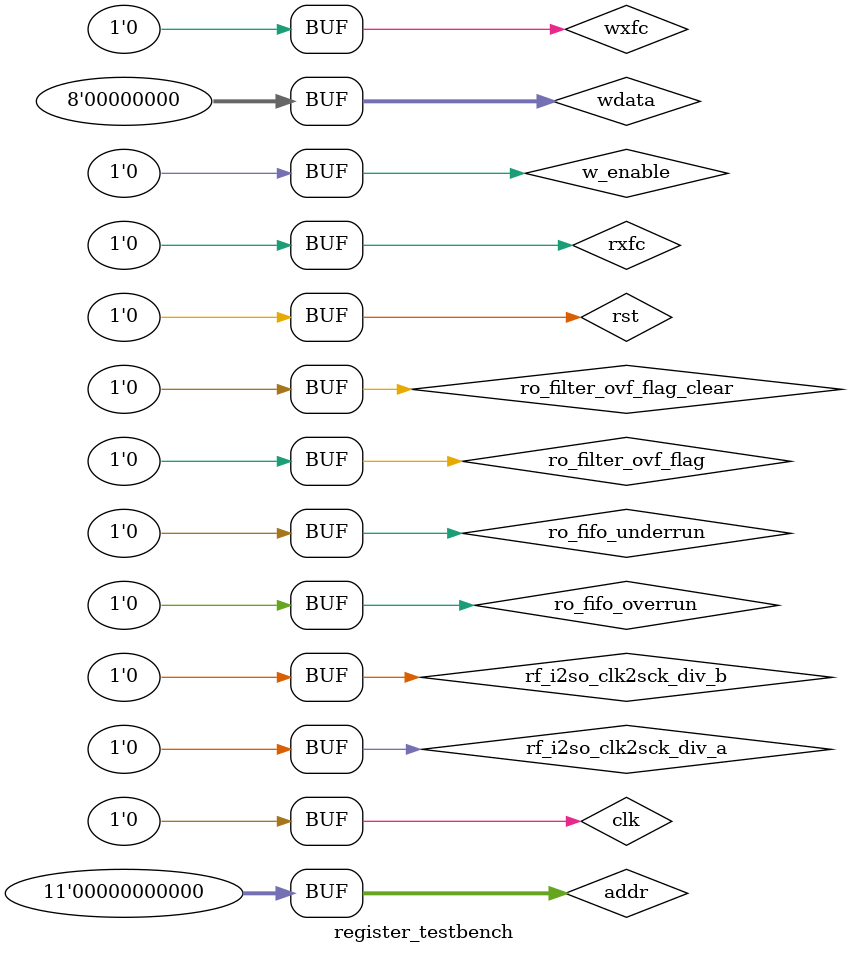
<source format=v>
`timescale 1ns / 1ps


module register_testbench;

	// Inputs
	reg rst;
	reg clk;
	reg [10:0] addr;
	reg [7:0] wdata;
	reg w_enable;
	reg wxfc;
	reg rxfc;
	reg ro_i2c_reg_indir_data;
	reg ro_fifo_underrun;
	reg ro_fifo_overrun;
	reg ro_filter_ovf_flag;
	reg ro_filter_ovf_flag_clear;
	reg rf_i2so_clk2sck_div_a;
	reg rf_i2so_clk2sck_div_b;

	// Outputs
	wire [7:0] rdata;
	wire rf_soft_reset;
	wire rf_i2si_bist_en;
	wire rf_filter_shift;
	wire rf_filter_clip_en;
	wire trig_fifo_overrun;
	wire trig_fifo_underrun;
	wire rf_i2si_bist_start_val_a;
	wire rf_i2si_bist_start_val_b;
	wire rf_i2si_bist_incr;
	wire rf_i2si_bist_upper_limit_a;
	wire rf_i2si_bist_upper_limit_b;
	wire rf_filter_coeff0_a;
	wire rf_filter_coeff0_b;
	wire rf_filter_coeff1_a;
	wire rf_filter_coeff1_b;
	wire rf_filter_coeff2_a;
	wire rf_filter_coeff2_b;
	wire rf_filter_coeff3_a;
	wire rf_filter_coeff3_b;
	wire rf_filter_coeff4_a;
	wire rf_filter_coeff4_b;
	wire rf_filter_coeff5_a;
	wire rf_filter_coeff5_b;
	wire rf_filter_coeff6_a;
	wire rf_filter_coeff6_b;
	wire rf_filter_coeff7_a;
	wire rf_filter_coeff7_b;
	wire rf_filter_coeff8_a;
	wire rf_filter_coeff8_b;
	wire rf_filter_coeff9_a;
	wire rf_filter_coeff9_b;
	wire rf_filter_coeff10_a;
	wire rf_filter_coeff10_b;
	wire rf_filter_coeff11_a;
	wire rf_filter_coeff11_b;
	wire rf_filter_coeff12_a;
	wire rf_filter_coeff12_b;
	wire rf_filter_coeff13_a;
	wire rf_filter_coeff13_b;
	wire rf_filter_coeff14_a;
	wire rf_filter_coeff14_b;
	wire rf_filter_coeff15_a;
	wire rf_filter_coeff15_b;
	wire rf_filter_coeff16_a;
	wire rf_filter_coeff16_b;
	wire rf_filter_coeff17_a;
	wire rf_filter_coeff17_b;
	wire rf_filter_coeff18_a;
	wire rf_filter_coeff18_b;
	wire rf_filter_coeff19_a;
	wire rf_filter_coeff19_b;
	wire rf_filter_coeff20_a;
	wire rf_filter_coeff20_b;
	wire rf_filter_coeff21_a;
	wire rf_filter_coeff21_b;
	wire rf_filter_coeff22_a;
	wire rf_filter_coeff22_b;
	wire rf_filter_coeff23_a;
	wire rf_filter_coeff23_b;
	wire rf_filter_coeff24_a;
	wire rf_filter_coeff24_b;
	wire rf_filter_coeff25_a;
	wire rf_filter_coeff25_b;
	wire rf_filter_coeff26_a;
	wire rf_filter_coeff26_b;
	wire rf_filter_coeff27_a;
	wire rf_filter_coeff27_b;
	wire rf_filter_coeff28_a;
	wire rf_filter_coeff28_b;
	wire rf_filter_coeff29_a;
	wire rf_filter_coeff29_b;
	wire rf_filter_coeff30_a;
	wire rf_filter_coeff30_b;
	wire rf_filter_coeff31_a;
	wire rf_filter_coeff31_b;
	wire rf_filter_coeff32_a;
	wire rf_filter_coeff32_b;
	wire rf_filter_coeff33_a;
	wire rf_filter_coeff33_b;
	wire rf_filter_coeff34_a;
	wire rf_filter_coeff34_b;
	wire rf_filter_coeff35_a;
	wire rf_filter_coeff35_b;
	wire rf_filter_coeff36_a;
	wire rf_filter_coeff36_b;
	wire rf_filter_coeff37_a;
	wire rf_filter_coeff37_b;
	wire rf_filter_coeff38_a;
	wire rf_filter_coeff38_b;
	wire rf_filter_coeff39_a;
	wire rf_filter_coeff39_b;
	wire rf_filter_coeff40_a;
	wire rf_filter_coeff40_b;
	wire rf_filter_coeff41_a;
	wire rf_filter_coeff41_b;
	wire rf_filter_coeff42_a;
	wire rf_filter_coeff42_b;
	wire rf_filter_coeff43_a;
	wire rf_filter_coeff43_b;
	wire rf_filter_coeff44_a;
	wire rf_filter_coeff44_b;
	wire rf_filter_coeff45_a;
	wire rf_filter_coeff45_b;
	wire rf_filter_coeff46_a;
	wire rf_filter_coeff46_b;
	wire rf_filter_coeff47_a;
	wire rf_filter_coeff47_b;
	wire rf_filter_coeff48_a;
	wire rf_filter_coeff48_b;
	wire rf_filter_coeff49_a;
	wire rf_filter_coeff49_b;
	wire rf_filter_coeff50_a;
	wire rf_filter_coeff50_b;
	wire rf_filter_coeff51_a;
	wire rf_filter_coeff51_b;
	wire rf_filter_coeff52_a;
	wire rf_filter_coeff52_b;
	wire rf_filter_coeff53_a;
	wire rf_filter_coeff53_b;
	wire rf_filter_coeff54_a;
	wire rf_filter_coeff54_b;
	wire rf_filter_coeff55_a;
	wire rf_filter_coeff55_b;
	wire rf_filter_coeff56_a;
	wire rf_filter_coeff56_b;
	wire rf_filter_coeff57_a;
	wire rf_filter_coeff57_b;
	wire rf_filter_coeff58_a;
	wire rf_filter_coeff58_b;
	wire rf_filter_coeff59_a;
	wire rf_filter_coeff59_b;
	wire rf_filter_coeff60_a;
	wire rf_filter_coeff60_b;
	wire rf_filter_coeff61_a;
	wire rf_filter_coeff61_b;
	wire rf_filter_coeff62_a;
	wire rf_filter_coeff62_b;
	wire rf_filter_coeff63_a;
	wire rf_filter_coeff63_b;
	wire rf_filter_coeff64_a;
	wire rf_filter_coeff64_b;
	wire rf_filter_coeff65_a;
	wire rf_filter_coeff65_b;
	wire rf_filter_coeff66_a;
	wire rf_filter_coeff66_b;
	wire rf_filter_coeff67_a;
	wire rf_filter_coeff67_b;
	wire rf_filter_coeff68_a;
	wire rf_filter_coeff68_b;
	wire rf_filter_coeff69_a;
	wire rf_filter_coeff69_b;
	wire rf_filter_coeff70_a;
	wire rf_filter_coeff70_b;
	wire rf_filter_coeff71_a;
	wire rf_filter_coeff71_b;
	wire rf_filter_coeff72_a;
	wire rf_filter_coeff72_b;
	wire rf_filter_coeff73_a;
	wire rf_filter_coeff73_b;
	wire rf_filter_coeff74_a;
	wire rf_filter_coeff74_b;
	wire rf_filter_coeff75_a;
	wire rf_filter_coeff75_b;
	wire rf_filter_coeff76_a;
	wire rf_filter_coeff76_b;
	wire rf_filter_coeff77_a;
	wire rf_filter_coeff77_b;
	wire rf_filter_coeff78_a;
	wire rf_filter_coeff78_b;
	wire rf_filter_coeff79_a;
	wire rf_filter_coeff79_b;
	wire rf_filter_coeff80_a;
	wire rf_filter_coeff80_b;
	wire rf_filter_coeff81_a;
	wire rf_filter_coeff81_b;
	wire rf_filter_coeff82_a;
	wire rf_filter_coeff82_b;
	wire rf_filter_coeff83_a;
	wire rf_filter_coeff83_b;
	wire rf_filter_coeff84_a;
	wire rf_filter_coeff84_b;
	wire rf_filter_coeff85_a;
	wire rf_filter_coeff85_b;
	wire rf_filter_coeff86_a;
	wire rf_filter_coeff86_b;
	wire rf_filter_coeff87_a;
	wire rf_filter_coeff87_b;
	wire rf_filter_coeff88_a;
	wire rf_filter_coeff88_b;
	wire rf_filter_coeff89_a;
	wire rf_filter_coeff89_b;
	wire rf_filter_coeff90_a;
	wire rf_filter_coeff90_b;
	wire rf_filter_coeff91_a;
	wire rf_filter_coeff91_b;
	wire rf_filter_coeff92_a;
	wire rf_filter_coeff92_b;
	wire rf_filter_coeff93_a;
	wire rf_filter_coeff93_b;
	wire rf_filter_coeff94_a;
	wire rf_filter_coeff94_b;
	wire rf_filter_coeff95_a;
	wire rf_filter_coeff95_b;
	wire rf_filter_coeff96_a;
	wire rf_filter_coeff96_b;
	wire rf_filter_coeff97_a;
	wire rf_filter_coeff97_b;
	wire rf_filter_coeff98_a;
	wire rf_filter_coeff98_b;
	wire rf_filter_coeff99_a;
	wire rf_filter_coeff99_b;
	wire rf_filter_coeff100_a;
	wire rf_filter_coeff100_b;
	wire rf_filter_coeff101_a;
	wire rf_filter_coeff101_b;
	wire rf_filter_coeff102_a;
	wire rf_filter_coeff102_b;
	wire rf_filter_coeff103_a;
	wire rf_filter_coeff103_b;
	wire rf_filter_coeff104_a;
	wire rf_filter_coeff104_b;
	wire rf_filter_coeff105_a;
	wire rf_filter_coeff105_b;
	wire rf_filter_coeff106_a;
	wire rf_filter_coeff106_b;
	wire rf_filter_coeff107_a;
	wire rf_filter_coeff107_b;
	wire rf_filter_coeff108_a;
	wire rf_filter_coeff108_b;
	wire rf_filter_coeff109_a;
	wire rf_filter_coeff109_b;
	wire rf_filter_coeff110_a;
	wire rf_filter_coeff110_b;
	wire rf_filter_coeff111_a;
	wire rf_filter_coeff111_b;
	wire rf_filter_coeff112_a;
	wire rf_filter_coeff112_b;
	wire rf_filter_coeff113_a;
	wire rf_filter_coeff113_b;
	wire rf_filter_coeff114_a;
	wire rf_filter_coeff114_b;
	wire rf_filter_coeff115_a;
	wire rf_filter_coeff115_b;
	wire rf_filter_coeff116_a;
	wire rf_filter_coeff116_b;
	wire rf_filter_coeff117_a;
	wire rf_filter_coeff117_b;
	wire rf_filter_coeff118_a;
	wire rf_filter_coeff118_b;
	wire rf_filter_coeff119_a;
	wire rf_filter_coeff119_b;
	wire rf_filter_coeff120_a;
	wire rf_filter_coeff120_b;
	wire rf_filter_coeff121_a;
	wire rf_filter_coeff121_b;
	wire rf_filter_coeff122_a;
	wire rf_filter_coeff122_b;
	wire rf_filter_coeff123_a;
	wire rf_filter_coeff123_b;
	wire rf_filter_coeff124_a;
	wire rf_filter_coeff124_b;
	wire rf_filter_coeff125_a;
	wire rf_filter_coeff125_b;
	wire rf_filter_coeff126_a;
	wire rf_filter_coeff126_b;
	wire rf_filter_coeff127_a;
	wire rf_filter_coeff127_b;
	wire rf_filter_coeff128_a;
	wire rf_filter_coeff128_b;
	wire rf_filter_coeff129_a;
	wire rf_filter_coeff129_b;
	wire rf_filter_coeff130_a;
	wire rf_filter_coeff130_b;
	wire rf_filter_coeff131_a;
	wire rf_filter_coeff131_b;
	wire rf_filter_coeff132_a;
	wire rf_filter_coeff132_b;
	wire rf_filter_coeff133_a;
	wire rf_filter_coeff133_b;
	wire rf_filter_coeff134_a;
	wire rf_filter_coeff134_b;
	wire rf_filter_coeff135_a;
	wire rf_filter_coeff135_b;
	wire rf_filter_coeff136_a;
	wire rf_filter_coeff136_b;
	wire rf_filter_coeff137_a;
	wire rf_filter_coeff137_b;
	wire rf_filter_coeff138_a;
	wire rf_filter_coeff138_b;
	wire rf_filter_coeff139_a;
	wire rf_filter_coeff139_b;
	wire rf_filter_coeff140_a;
	wire rf_filter_coeff140_b;
	wire rf_filter_coeff141_a;
	wire rf_filter_coeff141_b;
	wire rf_filter_coeff142_a;
	wire rf_filter_coeff142_b;
	wire rf_filter_coeff143_a;
	wire rf_filter_coeff143_b;
	wire rf_filter_coeff144_a;
	wire rf_filter_coeff144_b;
	wire rf_filter_coeff145_a;
	wire rf_filter_coeff145_b;
	wire rf_filter_coeff146_a;
	wire rf_filter_coeff146_b;
	wire rf_filter_coeff147_a;
	wire rf_filter_coeff147_b;
	wire rf_filter_coeff148_a;
	wire rf_filter_coeff148_b;
	wire rf_filter_coeff149_a;
	wire rf_filter_coeff149_b;
	wire rf_filter_coeff150_a;
	wire rf_filter_coeff150_b;
	wire rf_filter_coeff151_a;
	wire rf_filter_coeff151_b;
	wire rf_filter_coeff152_a;
	wire rf_filter_coeff152_b;
	wire rf_filter_coeff153_a;
	wire rf_filter_coeff153_b;
	wire rf_filter_coeff154_a;
	wire rf_filter_coeff154_b;
	wire rf_filter_coeff155_a;
	wire rf_filter_coeff155_b;
	wire rf_filter_coeff156_a;
	wire rf_filter_coeff156_b;
	wire rf_filter_coeff157_a;
	wire rf_filter_coeff157_b;
	wire rf_filter_coeff158_a;
	wire rf_filter_coeff158_b;
	wire rf_filter_coeff159_a;
	wire rf_filter_coeff159_b;
	wire rf_filter_coeff160_a;
	wire rf_filter_coeff160_b;
	wire rf_filter_coeff161_a;
	wire rf_filter_coeff161_b;
	wire rf_filter_coeff162_a;
	wire rf_filter_coeff162_b;
	wire rf_filter_coeff163_a;
	wire rf_filter_coeff163_b;
	wire rf_filter_coeff164_a;
	wire rf_filter_coeff164_b;
	wire rf_filter_coeff165_a;
	wire rf_filter_coeff165_b;
	wire rf_filter_coeff166_a;
	wire rf_filter_coeff166_b;
	wire rf_filter_coeff167_a;
	wire rf_filter_coeff167_b;
	wire rf_filter_coeff168_a;
	wire rf_filter_coeff168_b;
	wire rf_filter_coeff169_a;
	wire rf_filter_coeff169_b;
	wire rf_filter_coeff170_a;
	wire rf_filter_coeff170_b;
	wire rf_filter_coeff171_a;
	wire rf_filter_coeff171_b;
	wire rf_filter_coeff172_a;
	wire rf_filter_coeff172_b;
	wire rf_filter_coeff173_a;
	wire rf_filter_coeff173_b;
	wire rf_filter_coeff174_a;
	wire rf_filter_coeff174_b;
	wire rf_filter_coeff175_a;
	wire rf_filter_coeff175_b;
	wire rf_filter_coeff176_a;
	wire rf_filter_coeff176_b;
	wire rf_filter_coeff177_a;
	wire rf_filter_coeff177_b;
	wire rf_filter_coeff178_a;
	wire rf_filter_coeff178_b;
	wire rf_filter_coeff179_a;
	wire rf_filter_coeff179_b;
	wire rf_filter_coeff180_a;
	wire rf_filter_coeff180_b;
	wire rf_filter_coeff181_a;
	wire rf_filter_coeff181_b;
	wire rf_filter_coeff182_a;
	wire rf_filter_coeff182_b;
	wire rf_filter_coeff183_a;
	wire rf_filter_coeff183_b;
	wire rf_filter_coeff184_a;
	wire rf_filter_coeff184_b;
	wire rf_filter_coeff185_a;
	wire rf_filter_coeff185_b;
	wire rf_filter_coeff186_a;
	wire rf_filter_coeff186_b;
	wire rf_filter_coeff187_a;
	wire rf_filter_coeff187_b;
	wire rf_filter_coeff188_a;
	wire rf_filter_coeff188_b;
	wire rf_filter_coeff189_a;
	wire rf_filter_coeff189_b;
	wire rf_filter_coeff190_a;
	wire rf_filter_coeff190_b;
	wire rf_filter_coeff191_a;
	wire rf_filter_coeff191_b;
	wire rf_filter_coeff192_a;
	wire rf_filter_coeff192_b;
	wire rf_filter_coeff193_a;
	wire rf_filter_coeff193_b;
	wire rf_filter_coeff194_a;
	wire rf_filter_coeff194_b;
	wire rf_filter_coeff195_a;
	wire rf_filter_coeff195_b;
	wire rf_filter_coeff196_a;
	wire rf_filter_coeff196_b;
	wire rf_filter_coeff197_a;
	wire rf_filter_coeff197_b;
	wire rf_filter_coeff198_a;
	wire rf_filter_coeff198_b;
	wire rf_filter_coeff199_a;
	wire rf_filter_coeff199_b;
	wire rf_filter_coeff200_a;
	wire rf_filter_coeff200_b;
	wire rf_filter_coeff201_a;
	wire rf_filter_coeff201_b;
	wire rf_filter_coeff202_a;
	wire rf_filter_coeff202_b;
	wire rf_filter_coeff203_a;
	wire rf_filter_coeff203_b;
	wire rf_filter_coeff204_a;
	wire rf_filter_coeff204_b;
	wire rf_filter_coeff205_a;
	wire rf_filter_coeff205_b;
	wire rf_filter_coeff206_a;
	wire rf_filter_coeff206_b;
	wire rf_filter_coeff207_a;
	wire rf_filter_coeff207_b;
	wire rf_filter_coeff208_a;
	wire rf_filter_coeff208_b;
	wire rf_filter_coeff209_a;
	wire rf_filter_coeff209_b;
	wire rf_filter_coeff210_a;
	wire rf_filter_coeff210_b;
	wire rf_filter_coeff211_a;
	wire rf_filter_coeff211_b;
	wire rf_filter_coeff212_a;
	wire rf_filter_coeff212_b;
	wire rf_filter_coeff213_a;
	wire rf_filter_coeff213_b;
	wire rf_filter_coeff214_a;
	wire rf_filter_coeff214_b;
	wire rf_filter_coeff215_a;
	wire rf_filter_coeff215_b;
	wire rf_filter_coeff216_a;
	wire rf_filter_coeff216_b;
	wire rf_filter_coeff217_a;
	wire rf_filter_coeff217_b;
	wire rf_filter_coeff218_a;
	wire rf_filter_coeff218_b;
	wire rf_filter_coeff219_a;
	wire rf_filter_coeff219_b;
	wire rf_filter_coeff220_a;
	wire rf_filter_coeff220_b;
	wire rf_filter_coeff221_a;
	wire rf_filter_coeff221_b;
	wire rf_filter_coeff222_a;
	wire rf_filter_coeff222_b;
	wire rf_filter_coeff223_a;
	wire rf_filter_coeff223_b;
	wire rf_filter_coeff224_a;
	wire rf_filter_coeff224_b;
	wire rf_filter_coeff225_a;
	wire rf_filter_coeff225_b;
	wire rf_filter_coeff226_a;
	wire rf_filter_coeff226_b;
	wire rf_filter_coeff227_a;
	wire rf_filter_coeff227_b;
	wire rf_filter_coeff228_a;
	wire rf_filter_coeff228_b;
	wire rf_filter_coeff229_a;
	wire rf_filter_coeff229_b;
	wire rf_filter_coeff230_a;
	wire rf_filter_coeff230_b;
	wire rf_filter_coeff231_a;
	wire rf_filter_coeff231_b;
	wire rf_filter_coeff232_a;
	wire rf_filter_coeff232_b;
	wire rf_filter_coeff233_a;
	wire rf_filter_coeff233_b;
	wire rf_filter_coeff234_a;
	wire rf_filter_coeff234_b;
	wire rf_filter_coeff235_a;
	wire rf_filter_coeff235_b;
	wire rf_filter_coeff236_a;
	wire rf_filter_coeff236_b;
	wire rf_filter_coeff237_a;
	wire rf_filter_coeff237_b;
	wire rf_filter_coeff238_a;
	wire rf_filter_coeff238_b;
	wire rf_filter_coeff239_a;
	wire rf_filter_coeff239_b;
	wire rf_filter_coeff240_a;
	wire rf_filter_coeff240_b;
	wire rf_filter_coeff241_a;
	wire rf_filter_coeff241_b;
	wire rf_filter_coeff242_a;
	wire rf_filter_coeff242_b;
	wire rf_filter_coeff243_a;
	wire rf_filter_coeff243_b;
	wire rf_filter_coeff244_a;
	wire rf_filter_coeff244_b;
	wire rf_filter_coeff245_a;
	wire rf_filter_coeff245_b;
	wire rf_filter_coeff246_a;
	wire rf_filter_coeff246_b;
	wire rf_filter_coeff247_a;
	wire rf_filter_coeff247_b;
	wire rf_filter_coeff248_a;
	wire rf_filter_coeff248_b;
	wire rf_filter_coeff249_a;
	wire rf_filter_coeff249_b;
	wire rf_filter_coeff250_a;
	wire rf_filter_coeff250_b;
	wire rf_filter_coeff251_a;
	wire rf_filter_coeff251_b;
	wire rf_filter_coeff252_a;
	wire rf_filter_coeff252_b;
	wire rf_filter_coeff253_a;
	wire rf_filter_coeff253_b;
	wire rf_filter_coeff254_a;
	wire rf_filter_coeff254_b;
	wire rf_filter_coeff255_a;
	wire rf_filter_coeff255_b;
	wire rf_filter_coeff256_a;
	wire rf_filter_coeff256_b;
	wire rf_filter_coeff257_a;
	wire rf_filter_coeff257_b;
	wire rf_filter_coeff258_a;
	wire rf_filter_coeff258_b;
	wire rf_filter_coeff259_a;
	wire rf_filter_coeff259_b;
	wire rf_filter_coeff260_a;
	wire rf_filter_coeff260_b;
	wire rf_filter_coeff261_a;
	wire rf_filter_coeff261_b;
	wire rf_filter_coeff262_a;
	wire rf_filter_coeff262_b;
	wire rf_filter_coeff263_a;
	wire rf_filter_coeff263_b;
	wire rf_filter_coeff264_a;
	wire rf_filter_coeff264_b;
	wire rf_filter_coeff265_a;
	wire rf_filter_coeff265_b;
	wire rf_filter_coeff266_a;
	wire rf_filter_coeff266_b;
	wire rf_filter_coeff267_a;
	wire rf_filter_coeff267_b;
	wire rf_filter_coeff268_a;
	wire rf_filter_coeff268_b;
	wire rf_filter_coeff269_a;
	wire rf_filter_coeff269_b;
	wire rf_filter_coeff270_a;
	wire rf_filter_coeff270_b;
	wire rf_filter_coeff271_a;
	wire rf_filter_coeff271_b;
	wire rf_filter_coeff272_a;
	wire rf_filter_coeff272_b;
	wire rf_filter_coeff273_a;
	wire rf_filter_coeff273_b;
	wire rf_filter_coeff274_a;
	wire rf_filter_coeff274_b;
	wire rf_filter_coeff275_a;
	wire rf_filter_coeff275_b;
	wire rf_filter_coeff276_a;
	wire rf_filter_coeff276_b;
	wire rf_filter_coeff277_a;
	wire rf_filter_coeff277_b;
	wire rf_filter_coeff278_a;
	wire rf_filter_coeff278_b;
	wire rf_filter_coeff279_a;
	wire rf_filter_coeff279_b;
	wire rf_filter_coeff280_a;
	wire rf_filter_coeff280_b;
	wire rf_filter_coeff281_a;
	wire rf_filter_coeff281_b;
	wire rf_filter_coeff282_a;
	wire rf_filter_coeff282_b;
	wire rf_filter_coeff283_a;
	wire rf_filter_coeff283_b;
	wire rf_filter_coeff284_a;
	wire rf_filter_coeff284_b;
	wire rf_filter_coeff285_a;
	wire rf_filter_coeff285_b;
	wire rf_filter_coeff286_a;
	wire rf_filter_coeff286_b;
	wire rf_filter_coeff287_a;
	wire rf_filter_coeff287_b;
	wire rf_filter_coeff288_a;
	wire rf_filter_coeff288_b;
	wire rf_filter_coeff289_a;
	wire rf_filter_coeff289_b;
	wire rf_filter_coeff290_a;
	wire rf_filter_coeff290_b;
	wire rf_filter_coeff291_a;
	wire rf_filter_coeff291_b;
	wire rf_filter_coeff292_a;
	wire rf_filter_coeff292_b;
	wire rf_filter_coeff293_a;
	wire rf_filter_coeff293_b;
	wire rf_filter_coeff294_a;
	wire rf_filter_coeff294_b;
	wire rf_filter_coeff295_a;
	wire rf_filter_coeff295_b;
	wire rf_filter_coeff296_a;
	wire rf_filter_coeff296_b;
	wire rf_filter_coeff297_a;
	wire rf_filter_coeff297_b;
	wire rf_filter_coeff298_a;
	wire rf_filter_coeff298_b;
	wire rf_filter_coeff299_a;
	wire rf_filter_coeff299_b;
	wire rf_filter_coeff300_a;
	wire rf_filter_coeff300_b;
	wire rf_filter_coeff301_a;
	wire rf_filter_coeff301_b;
	wire rf_filter_coeff302_a;
	wire rf_filter_coeff302_b;
	wire rf_filter_coeff303_a;
	wire rf_filter_coeff303_b;
	wire rf_filter_coeff304_a;
	wire rf_filter_coeff304_b;
	wire rf_filter_coeff305_a;
	wire rf_filter_coeff305_b;
	wire rf_filter_coeff306_a;
	wire rf_filter_coeff306_b;
	wire rf_filter_coeff307_a;
	wire rf_filter_coeff307_b;
	wire rf_filter_coeff308_a;
	wire rf_filter_coeff308_b;
	wire rf_filter_coeff309_a;
	wire rf_filter_coeff309_b;
	wire rf_filter_coeff310_a;
	wire rf_filter_coeff310_b;
	wire rf_filter_coeff311_a;
	wire rf_filter_coeff311_b;
	wire rf_filter_coeff312_a;
	wire rf_filter_coeff312_b;
	wire rf_filter_coeff313_a;
	wire rf_filter_coeff313_b;
	wire rf_filter_coeff314_a;
	wire rf_filter_coeff314_b;
	wire rf_filter_coeff315_a;
	wire rf_filter_coeff315_b;
	wire rf_filter_coeff316_a;
	wire rf_filter_coeff316_b;
	wire rf_filter_coeff317_a;
	wire rf_filter_coeff317_b;
	wire rf_filter_coeff318_a;
	wire rf_filter_coeff318_b;
	wire rf_filter_coeff319_a;
	wire rf_filter_coeff319_b;
	wire rf_filter_coeff320_a;
	wire rf_filter_coeff320_b;
	wire rf_filter_coeff321_a;
	wire rf_filter_coeff321_b;
	wire rf_filter_coeff322_a;
	wire rf_filter_coeff322_b;
	wire rf_filter_coeff323_a;
	wire rf_filter_coeff323_b;
	wire rf_filter_coeff324_a;
	wire rf_filter_coeff324_b;
	wire rf_filter_coeff325_a;
	wire rf_filter_coeff325_b;
	wire rf_filter_coeff326_a;
	wire rf_filter_coeff326_b;
	wire rf_filter_coeff327_a;
	wire rf_filter_coeff327_b;
	wire rf_filter_coeff328_a;
	wire rf_filter_coeff328_b;
	wire rf_filter_coeff329_a;
	wire rf_filter_coeff329_b;
	wire rf_filter_coeff330_a;
	wire rf_filter_coeff330_b;
	wire rf_filter_coeff331_a;
	wire rf_filter_coeff331_b;
	wire rf_filter_coeff332_a;
	wire rf_filter_coeff332_b;
	wire rf_filter_coeff333_a;
	wire rf_filter_coeff333_b;
	wire rf_filter_coeff334_a;
	wire rf_filter_coeff334_b;
	wire rf_filter_coeff335_a;
	wire rf_filter_coeff335_b;
	wire rf_filter_coeff336_a;
	wire rf_filter_coeff336_b;
	wire rf_filter_coeff337_a;
	wire rf_filter_coeff337_b;
	wire rf_filter_coeff338_a;
	wire rf_filter_coeff338_b;
	wire rf_filter_coeff339_a;
	wire rf_filter_coeff339_b;
	wire rf_filter_coeff340_a;
	wire rf_filter_coeff340_b;
	wire rf_filter_coeff341_a;
	wire rf_filter_coeff341_b;
	wire rf_filter_coeff342_a;
	wire rf_filter_coeff342_b;
	wire rf_filter_coeff343_a;
	wire rf_filter_coeff343_b;
	wire rf_filter_coeff344_a;
	wire rf_filter_coeff344_b;
	wire rf_filter_coeff345_a;
	wire rf_filter_coeff345_b;
	wire rf_filter_coeff346_a;
	wire rf_filter_coeff346_b;
	wire rf_filter_coeff347_a;
	wire rf_filter_coeff347_b;
	wire rf_filter_coeff348_a;
	wire rf_filter_coeff348_b;
	wire rf_filter_coeff349_a;
	wire rf_filter_coeff349_b;
	wire rf_filter_coeff350_a;
	wire rf_filter_coeff350_b;
	wire rf_filter_coeff351_a;
	wire rf_filter_coeff351_b;
	wire rf_filter_coeff352_a;
	wire rf_filter_coeff352_b;
	wire rf_filter_coeff353_a;
	wire rf_filter_coeff353_b;
	wire rf_filter_coeff354_a;
	wire rf_filter_coeff354_b;
	wire rf_filter_coeff355_a;
	wire rf_filter_coeff355_b;
	wire rf_filter_coeff356_a;
	wire rf_filter_coeff356_b;
	wire rf_filter_coeff357_a;
	wire rf_filter_coeff357_b;
	wire rf_filter_coeff358_a;
	wire rf_filter_coeff358_b;
	wire rf_filter_coeff359_a;
	wire rf_filter_coeff359_b;
	wire rf_filter_coeff360_a;
	wire rf_filter_coeff360_b;
	wire rf_filter_coeff361_a;
	wire rf_filter_coeff361_b;
	wire rf_filter_coeff362_a;
	wire rf_filter_coeff362_b;
	wire rf_filter_coeff363_a;
	wire rf_filter_coeff363_b;
	wire rf_filter_coeff364_a;
	wire rf_filter_coeff364_b;
	wire rf_filter_coeff365_a;
	wire rf_filter_coeff365_b;
	wire rf_filter_coeff366_a;
	wire rf_filter_coeff366_b;
	wire rf_filter_coeff367_a;
	wire rf_filter_coeff367_b;
	wire rf_filter_coeff368_a;
	wire rf_filter_coeff368_b;
	wire rf_filter_coeff369_a;
	wire rf_filter_coeff369_b;
	wire rf_filter_coeff370_a;
	wire rf_filter_coeff370_b;
	wire rf_filter_coeff371_a;
	wire rf_filter_coeff371_b;
	wire rf_filter_coeff372_a;
	wire rf_filter_coeff372_b;
	wire rf_filter_coeff373_a;
	wire rf_filter_coeff373_b;
	wire rf_filter_coeff374_a;
	wire rf_filter_coeff374_b;
	wire rf_filter_coeff375_a;
	wire rf_filter_coeff375_b;
	wire rf_filter_coeff376_a;
	wire rf_filter_coeff376_b;
	wire rf_filter_coeff377_a;
	wire rf_filter_coeff377_b;
	wire rf_filter_coeff378_a;
	wire rf_filter_coeff378_b;
	wire rf_filter_coeff379_a;
	wire rf_filter_coeff379_b;
	wire rf_filter_coeff380_a;
	wire rf_filter_coeff380_b;
	wire rf_filter_coeff381_a;
	wire rf_filter_coeff381_b;
	wire rf_filter_coeff382_a;
	wire rf_filter_coeff382_b;
	wire rf_filter_coeff383_a;
	wire rf_filter_coeff383_b;
	wire rf_filter_coeff384_a;
	wire rf_filter_coeff384_b;
	wire rf_filter_coeff385_a;
	wire rf_filter_coeff385_b;
	wire rf_filter_coeff386_a;
	wire rf_filter_coeff386_b;
	wire rf_filter_coeff387_a;
	wire rf_filter_coeff387_b;
	wire rf_filter_coeff388_a;
	wire rf_filter_coeff388_b;
	wire rf_filter_coeff389_a;
	wire rf_filter_coeff389_b;
	wire rf_filter_coeff390_a;
	wire rf_filter_coeff390_b;
	wire rf_filter_coeff391_a;
	wire rf_filter_coeff391_b;
	wire rf_filter_coeff392_a;
	wire rf_filter_coeff392_b;
	wire rf_filter_coeff393_a;
	wire rf_filter_coeff393_b;
	wire rf_filter_coeff394_a;
	wire rf_filter_coeff394_b;
	wire rf_filter_coeff395_a;
	wire rf_filter_coeff395_b;
	wire rf_filter_coeff396_a;
	wire rf_filter_coeff396_b;
	wire rf_filter_coeff397_a;
	wire rf_filter_coeff397_b;
	wire rf_filter_coeff398_a;
	wire rf_filter_coeff398_b;
	wire rf_filter_coeff399_a;
	wire rf_filter_coeff399_b;
	wire rf_filter_coeff400_a;
	wire rf_filter_coeff400_b;
	wire rf_filter_coeff401_a;
	wire rf_filter_coeff401_b;
	wire rf_filter_coeff402_a;
	wire rf_filter_coeff402_b;
	wire rf_filter_coeff403_a;
	wire rf_filter_coeff403_b;
	wire rf_filter_coeff404_a;
	wire rf_filter_coeff404_b;
	wire rf_filter_coeff405_a;
	wire rf_filter_coeff405_b;
	wire rf_filter_coeff406_a;
	wire rf_filter_coeff406_b;
	wire rf_filter_coeff407_a;
	wire rf_filter_coeff407_b;
	wire rf_filter_coeff408_a;
	wire rf_filter_coeff408_b;
	wire rf_filter_coeff409_a;
	wire rf_filter_coeff409_b;
	wire rf_filter_coeff410_a;
	wire rf_filter_coeff410_b;
	wire rf_filter_coeff411_a;
	wire rf_filter_coeff411_b;
	wire rf_filter_coeff412_a;
	wire rf_filter_coeff412_b;
	wire rf_filter_coeff413_a;
	wire rf_filter_coeff413_b;
	wire rf_filter_coeff414_a;
	wire rf_filter_coeff414_b;
	wire rf_filter_coeff415_a;
	wire rf_filter_coeff415_b;
	wire rf_filter_coeff416_a;
	wire rf_filter_coeff416_b;
	wire rf_filter_coeff417_a;
	wire rf_filter_coeff417_b;
	wire rf_filter_coeff418_a;
	wire rf_filter_coeff418_b;
	wire rf_filter_coeff419_a;
	wire rf_filter_coeff419_b;
	wire rf_filter_coeff420_a;
	wire rf_filter_coeff420_b;
	wire rf_filter_coeff421_a;
	wire rf_filter_coeff421_b;
	wire rf_filter_coeff422_a;
	wire rf_filter_coeff422_b;
	wire rf_filter_coeff423_a;
	wire rf_filter_coeff423_b;
	wire rf_filter_coeff424_a;
	wire rf_filter_coeff424_b;
	wire rf_filter_coeff425_a;
	wire rf_filter_coeff425_b;
	wire rf_filter_coeff426_a;
	wire rf_filter_coeff426_b;
	wire rf_filter_coeff427_a;
	wire rf_filter_coeff427_b;
	wire rf_filter_coeff428_a;
	wire rf_filter_coeff428_b;
	wire rf_filter_coeff429_a;
	wire rf_filter_coeff429_b;
	wire rf_filter_coeff430_a;
	wire rf_filter_coeff430_b;
	wire rf_filter_coeff431_a;
	wire rf_filter_coeff431_b;
	wire rf_filter_coeff432_a;
	wire rf_filter_coeff432_b;
	wire rf_filter_coeff433_a;
	wire rf_filter_coeff433_b;
	wire rf_filter_coeff434_a;
	wire rf_filter_coeff434_b;
	wire rf_filter_coeff435_a;
	wire rf_filter_coeff435_b;
	wire rf_filter_coeff436_a;
	wire rf_filter_coeff436_b;
	wire rf_filter_coeff437_a;
	wire rf_filter_coeff437_b;
	wire rf_filter_coeff438_a;
	wire rf_filter_coeff438_b;
	wire rf_filter_coeff439_a;
	wire rf_filter_coeff439_b;
	wire rf_filter_coeff440_a;
	wire rf_filter_coeff440_b;
	wire rf_filter_coeff441_a;
	wire rf_filter_coeff441_b;
	wire rf_filter_coeff442_a;
	wire rf_filter_coeff442_b;
	wire rf_filter_coeff443_a;
	wire rf_filter_coeff443_b;
	wire rf_filter_coeff444_a;
	wire rf_filter_coeff444_b;
	wire rf_filter_coeff445_a;
	wire rf_filter_coeff445_b;
	wire rf_filter_coeff446_a;
	wire rf_filter_coeff446_b;
	wire rf_filter_coeff447_a;
	wire rf_filter_coeff447_b;
	wire rf_filter_coeff448_a;
	wire rf_filter_coeff448_b;
	wire rf_filter_coeff449_a;
	wire rf_filter_coeff449_b;
	wire rf_filter_coeff450_a;
	wire rf_filter_coeff450_b;
	wire rf_filter_coeff451_a;
	wire rf_filter_coeff451_b;
	wire rf_filter_coeff452_a;
	wire rf_filter_coeff452_b;
	wire rf_filter_coeff453_a;
	wire rf_filter_coeff453_b;
	wire rf_filter_coeff454_a;
	wire rf_filter_coeff454_b;
	wire rf_filter_coeff455_a;
	wire rf_filter_coeff455_b;
	wire rf_filter_coeff456_a;
	wire rf_filter_coeff456_b;
	wire rf_filter_coeff457_a;
	wire rf_filter_coeff457_b;
	wire rf_filter_coeff458_a;
	wire rf_filter_coeff458_b;
	wire rf_filter_coeff459_a;
	wire rf_filter_coeff459_b;
	wire rf_filter_coeff460_a;
	wire rf_filter_coeff460_b;
	wire rf_filter_coeff461_a;
	wire rf_filter_coeff461_b;
	wire rf_filter_coeff462_a;
	wire rf_filter_coeff462_b;
	wire rf_filter_coeff463_a;
	wire rf_filter_coeff463_b;
	wire rf_filter_coeff464_a;
	wire rf_filter_coeff464_b;
	wire rf_filter_coeff465_a;
	wire rf_filter_coeff465_b;
	wire rf_filter_coeff466_a;
	wire rf_filter_coeff466_b;
	wire rf_filter_coeff467_a;
	wire rf_filter_coeff467_b;
	wire rf_filter_coeff468_a;
	wire rf_filter_coeff468_b;
	wire rf_filter_coeff469_a;
	wire rf_filter_coeff469_b;
	wire rf_filter_coeff470_a;
	wire rf_filter_coeff470_b;
	wire rf_filter_coeff471_a;
	wire rf_filter_coeff471_b;
	wire rf_filter_coeff472_a;
	wire rf_filter_coeff472_b;
	wire rf_filter_coeff473_a;
	wire rf_filter_coeff473_b;
	wire rf_filter_coeff474_a;
	wire rf_filter_coeff474_b;
	wire rf_filter_coeff475_a;
	wire rf_filter_coeff475_b;
	wire rf_filter_coeff476_a;
	wire rf_filter_coeff476_b;
	wire rf_filter_coeff477_a;
	wire rf_filter_coeff477_b;
	wire rf_filter_coeff478_a;
	wire rf_filter_coeff478_b;
	wire rf_filter_coeff479_a;
	wire rf_filter_coeff479_b;
	wire rf_filter_coeff480_a;
	wire rf_filter_coeff480_b;
	wire rf_filter_coeff481_a;
	wire rf_filter_coeff481_b;
	wire rf_filter_coeff482_a;
	wire rf_filter_coeff482_b;
	wire rf_filter_coeff483_a;
	wire rf_filter_coeff483_b;
	wire rf_filter_coeff484_a;
	wire rf_filter_coeff484_b;
	wire rf_filter_coeff485_a;
	wire rf_filter_coeff485_b;
	wire rf_filter_coeff486_a;
	wire rf_filter_coeff486_b;
	wire rf_filter_coeff487_a;
	wire rf_filter_coeff487_b;
	wire rf_filter_coeff488_a;
	wire rf_filter_coeff488_b;
	wire rf_filter_coeff489_a;
	wire rf_filter_coeff489_b;
	wire rf_filter_coeff490_a;
	wire rf_filter_coeff490_b;
	wire rf_filter_coeff491_a;
	wire rf_filter_coeff491_b;
	wire rf_filter_coeff492_a;
	wire rf_filter_coeff492_b;
	wire rf_filter_coeff493_a;
	wire rf_filter_coeff493_b;
	wire rf_filter_coeff494_a;
	wire rf_filter_coeff494_b;
	wire rf_filter_coeff495_a;
	wire rf_filter_coeff495_b;
	wire rf_filter_coeff496_a;
	wire rf_filter_coeff496_b;
	wire rf_filter_coeff497_a;
	wire rf_filter_coeff497_b;
	wire rf_filter_coeff498_a;
	wire rf_filter_coeff498_b;
	wire rf_filter_coeff499_a;
	wire rf_filter_coeff499_b;
	wire rf_filter_coeff500_a;
	wire rf_filter_coeff500_b;
	wire rf_filter_coeff501_a;
	wire rf_filter_coeff501_b;
	wire rf_filter_coeff502_a;
	wire rf_filter_coeff502_b;
	wire rf_filter_coeff503_a;
	wire rf_filter_coeff503_b;
	wire rf_filter_coeff504_a;
	wire rf_filter_coeff504_b;
	wire rf_filter_coeff505_a;
	wire rf_filter_coeff505_b;
	wire rf_filter_coeff506_a;
	wire rf_filter_coeff506_b;
	wire rf_filter_coeff507_a;
	wire rf_filter_coeff507_b;
	wire rf_filter_coeff508_a;
	wire rf_filter_coeff508_b;
	wire rf_filter_coeff509_a;
	wire rf_filter_coeff509_b;
	wire rf_filter_coeff510_a;
	wire rf_filter_coeff510_b;
	wire rf_filter_coeff511_a;
	wire rf_filter_coeff511_b;

	// Instantiate the Unit Under Test (UUT)
	register uut (
		.rst(rst), 
		.clk(clk), 
		.addr(addr), 
		.wdata(wdata), 
		.w_enable(w_enable), 
		.wxfc(wxfc), 
		.rxfc(rxfc), 
		.ro_i2c_reg_indir_data(ro_i2c_reg_indir_data), 
		.ro_fifo_underrun(ro_fifo_underrun), 
		.ro_fifo_overrun(ro_fifo_overrun), 
		.rdata(rdata), 
		.rf_soft_reset(rf_soft_reset), 
		.rf_i2si_bist_en(rf_i2si_bist_en), 
		.rf_filter_shift(rf_filter_shift), 
		.rf_filter_clip_en(rf_filter_clip_en), 
		.rf_i2si_dec_factor(rf_i2si_dec_factor), 
		.rf_i2so_dec_factor(rf_i2so_dec_factor), 
		.rf_i2so_clk2sck_div_a(rf_i2so_clk2sck_div_a), 
		.rf_i2so_clk2sck_div_b(rf_i2so_clk2sck_div_b), 
		.trig_fifo_overrun(trig_fifo_overrun), 
		.trig_fifo_underrun(trig_fifo_underrun), 
		.rf_i2si_bist_start_val_a(rf_i2si_bist_start_val_a), 
		.rf_i2si_bist_start_val_b(rf_i2si_bist_start_val_b), 
		.rf_i2si_bist_incr(rf_i2si_bist_incr), 
		.rf_i2si_bist_upper_limit_a(rf_i2si_bist_upper_limit_a), 
		.rf_i2si_bist_upper_limit_b(rf_i2si_bist_upper_limit_b), 
		.rf_i2c_reg_indir_addr_a(rf_i2c_reg_indir_addr_a), 
		.rf_i2c_reg_indir_addr_b(rf_i2c_reg_indir_addr_b), 
		.rf_filter_coeff0_a(rf_filter_coeff0_a), 
		.rf_filter_coeff0_b(rf_filter_coeff0_b), 
		.rf_filter_coeff1_a(rf_filter_coeff1_a), 
		.rf_filter_coeff1_b(rf_filter_coeff1_b), 
		.rf_filter_coeff2_a(rf_filter_coeff2_a), 
		.rf_filter_coeff2_b(rf_filter_coeff2_b), 
		.rf_filter_coeff3_a(rf_filter_coeff3_a), 
		.rf_filter_coeff3_b(rf_filter_coeff3_b), 
		.rf_filter_coeff4_a(rf_filter_coeff4_a), 
		.rf_filter_coeff4_b(rf_filter_coeff4_b), 
		.rf_filter_coeff5_a(rf_filter_coeff5_a), 
		.rf_filter_coeff5_b(rf_filter_coeff5_b), 
		.rf_filter_coeff6_a(rf_filter_coeff6_a), 
		.rf_filter_coeff6_b(rf_filter_coeff6_b), 
		.rf_filter_coeff7_a(rf_filter_coeff7_a), 
		.rf_filter_coeff7_b(rf_filter_coeff7_b), 
		.rf_filter_coeff8_a(rf_filter_coeff8_a), 
		.rf_filter_coeff8_b(rf_filter_coeff8_b), 
		.rf_filter_coeff9_a(rf_filter_coeff9_a), 
		.rf_filter_coeff9_b(rf_filter_coeff9_b), 
		.rf_filter_coeff10_a(rf_filter_coeff10_a), 
		.rf_filter_coeff10_b(rf_filter_coeff10_b), 
		.rf_filter_coeff11_a(rf_filter_coeff11_a), 
		.rf_filter_coeff11_b(rf_filter_coeff11_b), 
		.rf_filter_coeff12_a(rf_filter_coeff12_a), 
		.rf_filter_coeff12_b(rf_filter_coeff12_b), 
		.rf_filter_coeff13_a(rf_filter_coeff13_a), 
		.rf_filter_coeff13_b(rf_filter_coeff13_b), 
		.rf_filter_coeff14_a(rf_filter_coeff14_a), 
		.rf_filter_coeff14_b(rf_filter_coeff14_b), 
		.rf_filter_coeff15_a(rf_filter_coeff15_a), 
		.rf_filter_coeff15_b(rf_filter_coeff15_b), 
		.rf_filter_coeff16_a(rf_filter_coeff16_a), 
		.rf_filter_coeff16_b(rf_filter_coeff16_b), 
		.rf_filter_coeff17_a(rf_filter_coeff17_a), 
		.rf_filter_coeff17_b(rf_filter_coeff17_b), 
		.rf_filter_coeff18_a(rf_filter_coeff18_a), 
		.rf_filter_coeff18_b(rf_filter_coeff18_b), 
		.rf_filter_coeff19_a(rf_filter_coeff19_a), 
		.rf_filter_coeff19_b(rf_filter_coeff19_b), 
		.rf_filter_coeff20_a(rf_filter_coeff20_a), 
		.rf_filter_coeff20_b(rf_filter_coeff20_b), 
		.rf_filter_coeff21_a(rf_filter_coeff21_a), 
		.rf_filter_coeff21_b(rf_filter_coeff21_b), 
		.rf_filter_coeff22_a(rf_filter_coeff22_a), 
		.rf_filter_coeff22_b(rf_filter_coeff22_b), 
		.rf_filter_coeff23_a(rf_filter_coeff23_a), 
		.rf_filter_coeff23_b(rf_filter_coeff23_b), 
		.rf_filter_coeff24_a(rf_filter_coeff24_a), 
		.rf_filter_coeff24_b(rf_filter_coeff24_b), 
		.rf_filter_coeff25_a(rf_filter_coeff25_a), 
		.rf_filter_coeff25_b(rf_filter_coeff25_b), 
		.rf_filter_coeff26_a(rf_filter_coeff26_a), 
		.rf_filter_coeff26_b(rf_filter_coeff26_b), 
		.rf_filter_coeff27_a(rf_filter_coeff27_a), 
		.rf_filter_coeff27_b(rf_filter_coeff27_b), 
		.rf_filter_coeff28_a(rf_filter_coeff28_a), 
		.rf_filter_coeff28_b(rf_filter_coeff28_b), 
		.rf_filter_coeff29_a(rf_filter_coeff29_a), 
		.rf_filter_coeff29_b(rf_filter_coeff29_b), 
		.rf_filter_coeff30_a(rf_filter_coeff30_a), 
		.rf_filter_coeff30_b(rf_filter_coeff30_b), 
		.rf_filter_coeff31_a(rf_filter_coeff31_a), 
		.rf_filter_coeff31_b(rf_filter_coeff31_b), 
		.rf_filter_coeff32_a(rf_filter_coeff32_a), 
		.rf_filter_coeff32_b(rf_filter_coeff32_b), 
		.rf_filter_coeff33_a(rf_filter_coeff33_a), 
		.rf_filter_coeff33_b(rf_filter_coeff33_b), 
		.rf_filter_coeff34_a(rf_filter_coeff34_a), 
		.rf_filter_coeff34_b(rf_filter_coeff34_b), 
		.rf_filter_coeff35_a(rf_filter_coeff35_a), 
		.rf_filter_coeff35_b(rf_filter_coeff35_b), 
		.rf_filter_coeff36_a(rf_filter_coeff36_a), 
		.rf_filter_coeff36_b(rf_filter_coeff36_b), 
		.rf_filter_coeff37_a(rf_filter_coeff37_a), 
		.rf_filter_coeff37_b(rf_filter_coeff37_b), 
		.rf_filter_coeff38_a(rf_filter_coeff38_a), 
		.rf_filter_coeff38_b(rf_filter_coeff38_b), 
		.rf_filter_coeff39_a(rf_filter_coeff39_a), 
		.rf_filter_coeff39_b(rf_filter_coeff39_b), 
		.rf_filter_coeff40_a(rf_filter_coeff40_a), 
		.rf_filter_coeff40_b(rf_filter_coeff40_b), 
		.rf_filter_coeff41_a(rf_filter_coeff41_a), 
		.rf_filter_coeff41_b(rf_filter_coeff41_b), 
		.rf_filter_coeff42_a(rf_filter_coeff42_a), 
		.rf_filter_coeff42_b(rf_filter_coeff42_b), 
		.rf_filter_coeff43_a(rf_filter_coeff43_a), 
		.rf_filter_coeff43_b(rf_filter_coeff43_b), 
		.rf_filter_coeff44_a(rf_filter_coeff44_a), 
		.rf_filter_coeff44_b(rf_filter_coeff44_b), 
		.rf_filter_coeff45_a(rf_filter_coeff45_a), 
		.rf_filter_coeff45_b(rf_filter_coeff45_b), 
		.rf_filter_coeff46_a(rf_filter_coeff46_a), 
		.rf_filter_coeff46_b(rf_filter_coeff46_b), 
		.rf_filter_coeff47_a(rf_filter_coeff47_a), 
		.rf_filter_coeff47_b(rf_filter_coeff47_b), 
		.rf_filter_coeff48_a(rf_filter_coeff48_a), 
		.rf_filter_coeff48_b(rf_filter_coeff48_b), 
		.rf_filter_coeff49_a(rf_filter_coeff49_a), 
		.rf_filter_coeff49_b(rf_filter_coeff49_b), 
		.rf_filter_coeff50_a(rf_filter_coeff50_a), 
		.rf_filter_coeff50_b(rf_filter_coeff50_b), 
		.rf_filter_coeff51_a(rf_filter_coeff51_a), 
		.rf_filter_coeff51_b(rf_filter_coeff51_b), 
		.rf_filter_coeff52_a(rf_filter_coeff52_a), 
		.rf_filter_coeff52_b(rf_filter_coeff52_b), 
		.rf_filter_coeff53_a(rf_filter_coeff53_a), 
		.rf_filter_coeff53_b(rf_filter_coeff53_b), 
		.rf_filter_coeff54_a(rf_filter_coeff54_a), 
		.rf_filter_coeff54_b(rf_filter_coeff54_b), 
		.rf_filter_coeff55_a(rf_filter_coeff55_a), 
		.rf_filter_coeff55_b(rf_filter_coeff55_b), 
		.rf_filter_coeff56_a(rf_filter_coeff56_a), 
		.rf_filter_coeff56_b(rf_filter_coeff56_b), 
		.rf_filter_coeff57_a(rf_filter_coeff57_a), 
		.rf_filter_coeff57_b(rf_filter_coeff57_b), 
		.rf_filter_coeff58_a(rf_filter_coeff58_a), 
		.rf_filter_coeff58_b(rf_filter_coeff58_b), 
		.rf_filter_coeff59_a(rf_filter_coeff59_a), 
		.rf_filter_coeff59_b(rf_filter_coeff59_b), 
		.rf_filter_coeff60_a(rf_filter_coeff60_a), 
		.rf_filter_coeff60_b(rf_filter_coeff60_b), 
		.rf_filter_coeff61_a(rf_filter_coeff61_a), 
		.rf_filter_coeff61_b(rf_filter_coeff61_b), 
		.rf_filter_coeff62_a(rf_filter_coeff62_a), 
		.rf_filter_coeff62_b(rf_filter_coeff62_b), 
		.rf_filter_coeff63_a(rf_filter_coeff63_a), 
		.rf_filter_coeff63_b(rf_filter_coeff63_b), 
		.rf_filter_coeff64_a(rf_filter_coeff64_a), 
		.rf_filter_coeff64_b(rf_filter_coeff64_b), 
		.rf_filter_coeff65_a(rf_filter_coeff65_a), 
		.rf_filter_coeff65_b(rf_filter_coeff65_b), 
		.rf_filter_coeff66_a(rf_filter_coeff66_a), 
		.rf_filter_coeff66_b(rf_filter_coeff66_b), 
		.rf_filter_coeff67_a(rf_filter_coeff67_a), 
		.rf_filter_coeff67_b(rf_filter_coeff67_b), 
		.rf_filter_coeff68_a(rf_filter_coeff68_a), 
		.rf_filter_coeff68_b(rf_filter_coeff68_b), 
		.rf_filter_coeff69_a(rf_filter_coeff69_a), 
		.rf_filter_coeff69_b(rf_filter_coeff69_b), 
		.rf_filter_coeff70_a(rf_filter_coeff70_a), 
		.rf_filter_coeff70_b(rf_filter_coeff70_b), 
		.rf_filter_coeff71_a(rf_filter_coeff71_a), 
		.rf_filter_coeff71_b(rf_filter_coeff71_b), 
		.rf_filter_coeff72_a(rf_filter_coeff72_a), 
		.rf_filter_coeff72_b(rf_filter_coeff72_b), 
		.rf_filter_coeff73_a(rf_filter_coeff73_a), 
		.rf_filter_coeff73_b(rf_filter_coeff73_b), 
		.rf_filter_coeff74_a(rf_filter_coeff74_a), 
		.rf_filter_coeff74_b(rf_filter_coeff74_b), 
		.rf_filter_coeff75_a(rf_filter_coeff75_a), 
		.rf_filter_coeff75_b(rf_filter_coeff75_b), 
		.rf_filter_coeff76_a(rf_filter_coeff76_a), 
		.rf_filter_coeff76_b(rf_filter_coeff76_b), 
		.rf_filter_coeff77_a(rf_filter_coeff77_a), 
		.rf_filter_coeff77_b(rf_filter_coeff77_b), 
		.rf_filter_coeff78_a(rf_filter_coeff78_a), 
		.rf_filter_coeff78_b(rf_filter_coeff78_b), 
		.rf_filter_coeff79_a(rf_filter_coeff79_a), 
		.rf_filter_coeff79_b(rf_filter_coeff79_b), 
		.rf_filter_coeff80_a(rf_filter_coeff80_a), 
		.rf_filter_coeff80_b(rf_filter_coeff80_b), 
		.rf_filter_coeff81_a(rf_filter_coeff81_a), 
		.rf_filter_coeff81_b(rf_filter_coeff81_b), 
		.rf_filter_coeff82_a(rf_filter_coeff82_a), 
		.rf_filter_coeff82_b(rf_filter_coeff82_b), 
		.rf_filter_coeff83_a(rf_filter_coeff83_a), 
		.rf_filter_coeff83_b(rf_filter_coeff83_b), 
		.rf_filter_coeff84_a(rf_filter_coeff84_a), 
		.rf_filter_coeff84_b(rf_filter_coeff84_b), 
		.rf_filter_coeff85_a(rf_filter_coeff85_a), 
		.rf_filter_coeff85_b(rf_filter_coeff85_b), 
		.rf_filter_coeff86_a(rf_filter_coeff86_a), 
		.rf_filter_coeff86_b(rf_filter_coeff86_b), 
		.rf_filter_coeff87_a(rf_filter_coeff87_a), 
		.rf_filter_coeff87_b(rf_filter_coeff87_b), 
		.rf_filter_coeff88_a(rf_filter_coeff88_a), 
		.rf_filter_coeff88_b(rf_filter_coeff88_b), 
		.rf_filter_coeff89_a(rf_filter_coeff89_a), 
		.rf_filter_coeff89_b(rf_filter_coeff89_b), 
		.rf_filter_coeff90_a(rf_filter_coeff90_a), 
		.rf_filter_coeff90_b(rf_filter_coeff90_b), 
		.rf_filter_coeff91_a(rf_filter_coeff91_a), 
		.rf_filter_coeff91_b(rf_filter_coeff91_b), 
		.rf_filter_coeff92_a(rf_filter_coeff92_a), 
		.rf_filter_coeff92_b(rf_filter_coeff92_b), 
		.rf_filter_coeff93_a(rf_filter_coeff93_a), 
		.rf_filter_coeff93_b(rf_filter_coeff93_b), 
		.rf_filter_coeff94_a(rf_filter_coeff94_a), 
		.rf_filter_coeff94_b(rf_filter_coeff94_b), 
		.rf_filter_coeff95_a(rf_filter_coeff95_a), 
		.rf_filter_coeff95_b(rf_filter_coeff95_b), 
		.rf_filter_coeff96_a(rf_filter_coeff96_a), 
		.rf_filter_coeff96_b(rf_filter_coeff96_b), 
		.rf_filter_coeff97_a(rf_filter_coeff97_a), 
		.rf_filter_coeff97_b(rf_filter_coeff97_b), 
		.rf_filter_coeff98_a(rf_filter_coeff98_a), 
		.rf_filter_coeff98_b(rf_filter_coeff98_b), 
		.rf_filter_coeff99_a(rf_filter_coeff99_a), 
		.rf_filter_coeff99_b(rf_filter_coeff99_b), 
		.rf_filter_coeff100_a(rf_filter_coeff100_a), 
		.rf_filter_coeff100_b(rf_filter_coeff100_b), 
		.rf_filter_coeff101_a(rf_filter_coeff101_a), 
		.rf_filter_coeff101_b(rf_filter_coeff101_b), 
		.rf_filter_coeff102_a(rf_filter_coeff102_a), 
		.rf_filter_coeff102_b(rf_filter_coeff102_b), 
		.rf_filter_coeff103_a(rf_filter_coeff103_a), 
		.rf_filter_coeff103_b(rf_filter_coeff103_b), 
		.rf_filter_coeff104_a(rf_filter_coeff104_a), 
		.rf_filter_coeff104_b(rf_filter_coeff104_b), 
		.rf_filter_coeff105_a(rf_filter_coeff105_a), 
		.rf_filter_coeff105_b(rf_filter_coeff105_b), 
		.rf_filter_coeff106_a(rf_filter_coeff106_a), 
		.rf_filter_coeff106_b(rf_filter_coeff106_b), 
		.rf_filter_coeff107_a(rf_filter_coeff107_a), 
		.rf_filter_coeff107_b(rf_filter_coeff107_b), 
		.rf_filter_coeff108_a(rf_filter_coeff108_a), 
		.rf_filter_coeff108_b(rf_filter_coeff108_b), 
		.rf_filter_coeff109_a(rf_filter_coeff109_a), 
		.rf_filter_coeff109_b(rf_filter_coeff109_b), 
		.rf_filter_coeff110_a(rf_filter_coeff110_a), 
		.rf_filter_coeff110_b(rf_filter_coeff110_b), 
		.rf_filter_coeff111_a(rf_filter_coeff111_a), 
		.rf_filter_coeff111_b(rf_filter_coeff111_b), 
		.rf_filter_coeff112_a(rf_filter_coeff112_a), 
		.rf_filter_coeff112_b(rf_filter_coeff112_b), 
		.rf_filter_coeff113_a(rf_filter_coeff113_a), 
		.rf_filter_coeff113_b(rf_filter_coeff113_b), 
		.rf_filter_coeff114_a(rf_filter_coeff114_a), 
		.rf_filter_coeff114_b(rf_filter_coeff114_b), 
		.rf_filter_coeff115_a(rf_filter_coeff115_a), 
		.rf_filter_coeff115_b(rf_filter_coeff115_b), 
		.rf_filter_coeff116_a(rf_filter_coeff116_a), 
		.rf_filter_coeff116_b(rf_filter_coeff116_b), 
		.rf_filter_coeff117_a(rf_filter_coeff117_a), 
		.rf_filter_coeff117_b(rf_filter_coeff117_b), 
		.rf_filter_coeff118_a(rf_filter_coeff118_a), 
		.rf_filter_coeff118_b(rf_filter_coeff118_b), 
		.rf_filter_coeff119_a(rf_filter_coeff119_a), 
		.rf_filter_coeff119_b(rf_filter_coeff119_b), 
		.rf_filter_coeff120_a(rf_filter_coeff120_a), 
		.rf_filter_coeff120_b(rf_filter_coeff120_b), 
		.rf_filter_coeff121_a(rf_filter_coeff121_a), 
		.rf_filter_coeff121_b(rf_filter_coeff121_b), 
		.rf_filter_coeff122_a(rf_filter_coeff122_a), 
		.rf_filter_coeff122_b(rf_filter_coeff122_b), 
		.rf_filter_coeff123_a(rf_filter_coeff123_a), 
		.rf_filter_coeff123_b(rf_filter_coeff123_b), 
		.rf_filter_coeff124_a(rf_filter_coeff124_a), 
		.rf_filter_coeff124_b(rf_filter_coeff124_b), 
		.rf_filter_coeff125_a(rf_filter_coeff125_a), 
		.rf_filter_coeff125_b(rf_filter_coeff125_b), 
		.rf_filter_coeff126_a(rf_filter_coeff126_a), 
		.rf_filter_coeff126_b(rf_filter_coeff126_b), 
		.rf_filter_coeff127_a(rf_filter_coeff127_a), 
		.rf_filter_coeff127_b(rf_filter_coeff127_b), 
		.rf_filter_coeff128_a(rf_filter_coeff128_a), 
		.rf_filter_coeff128_b(rf_filter_coeff128_b), 
		.rf_filter_coeff129_a(rf_filter_coeff129_a), 
		.rf_filter_coeff129_b(rf_filter_coeff129_b), 
		.rf_filter_coeff130_a(rf_filter_coeff130_a), 
		.rf_filter_coeff130_b(rf_filter_coeff130_b), 
		.rf_filter_coeff131_a(rf_filter_coeff131_a), 
		.rf_filter_coeff131_b(rf_filter_coeff131_b), 
		.rf_filter_coeff132_a(rf_filter_coeff132_a), 
		.rf_filter_coeff132_b(rf_filter_coeff132_b), 
		.rf_filter_coeff133_a(rf_filter_coeff133_a), 
		.rf_filter_coeff133_b(rf_filter_coeff133_b), 
		.rf_filter_coeff134_a(rf_filter_coeff134_a), 
		.rf_filter_coeff134_b(rf_filter_coeff134_b), 
		.rf_filter_coeff135_a(rf_filter_coeff135_a), 
		.rf_filter_coeff135_b(rf_filter_coeff135_b), 
		.rf_filter_coeff136_a(rf_filter_coeff136_a), 
		.rf_filter_coeff136_b(rf_filter_coeff136_b), 
		.rf_filter_coeff137_a(rf_filter_coeff137_a), 
		.rf_filter_coeff137_b(rf_filter_coeff137_b), 
		.rf_filter_coeff138_a(rf_filter_coeff138_a), 
		.rf_filter_coeff138_b(rf_filter_coeff138_b), 
		.rf_filter_coeff139_a(rf_filter_coeff139_a), 
		.rf_filter_coeff139_b(rf_filter_coeff139_b), 
		.rf_filter_coeff140_a(rf_filter_coeff140_a), 
		.rf_filter_coeff140_b(rf_filter_coeff140_b), 
		.rf_filter_coeff141_a(rf_filter_coeff141_a), 
		.rf_filter_coeff141_b(rf_filter_coeff141_b), 
		.rf_filter_coeff142_a(rf_filter_coeff142_a), 
		.rf_filter_coeff142_b(rf_filter_coeff142_b), 
		.rf_filter_coeff143_a(rf_filter_coeff143_a), 
		.rf_filter_coeff143_b(rf_filter_coeff143_b), 
		.rf_filter_coeff144_a(rf_filter_coeff144_a), 
		.rf_filter_coeff144_b(rf_filter_coeff144_b), 
		.rf_filter_coeff145_a(rf_filter_coeff145_a), 
		.rf_filter_coeff145_b(rf_filter_coeff145_b), 
		.rf_filter_coeff146_a(rf_filter_coeff146_a), 
		.rf_filter_coeff146_b(rf_filter_coeff146_b), 
		.rf_filter_coeff147_a(rf_filter_coeff147_a), 
		.rf_filter_coeff147_b(rf_filter_coeff147_b), 
		.rf_filter_coeff148_a(rf_filter_coeff148_a), 
		.rf_filter_coeff148_b(rf_filter_coeff148_b), 
		.rf_filter_coeff149_a(rf_filter_coeff149_a), 
		.rf_filter_coeff149_b(rf_filter_coeff149_b), 
		.rf_filter_coeff150_a(rf_filter_coeff150_a), 
		.rf_filter_coeff150_b(rf_filter_coeff150_b), 
		.rf_filter_coeff151_a(rf_filter_coeff151_a), 
		.rf_filter_coeff151_b(rf_filter_coeff151_b), 
		.rf_filter_coeff152_a(rf_filter_coeff152_a), 
		.rf_filter_coeff152_b(rf_filter_coeff152_b), 
		.rf_filter_coeff153_a(rf_filter_coeff153_a), 
		.rf_filter_coeff153_b(rf_filter_coeff153_b), 
		.rf_filter_coeff154_a(rf_filter_coeff154_a), 
		.rf_filter_coeff154_b(rf_filter_coeff154_b), 
		.rf_filter_coeff155_a(rf_filter_coeff155_a), 
		.rf_filter_coeff155_b(rf_filter_coeff155_b), 
		.rf_filter_coeff156_a(rf_filter_coeff156_a), 
		.rf_filter_coeff156_b(rf_filter_coeff156_b), 
		.rf_filter_coeff157_a(rf_filter_coeff157_a), 
		.rf_filter_coeff157_b(rf_filter_coeff157_b), 
		.rf_filter_coeff158_a(rf_filter_coeff158_a), 
		.rf_filter_coeff158_b(rf_filter_coeff158_b), 
		.rf_filter_coeff159_a(rf_filter_coeff159_a), 
		.rf_filter_coeff159_b(rf_filter_coeff159_b), 
		.rf_filter_coeff160_a(rf_filter_coeff160_a), 
		.rf_filter_coeff160_b(rf_filter_coeff160_b), 
		.rf_filter_coeff161_a(rf_filter_coeff161_a), 
		.rf_filter_coeff161_b(rf_filter_coeff161_b), 
		.rf_filter_coeff162_a(rf_filter_coeff162_a), 
		.rf_filter_coeff162_b(rf_filter_coeff162_b), 
		.rf_filter_coeff163_a(rf_filter_coeff163_a), 
		.rf_filter_coeff163_b(rf_filter_coeff163_b), 
		.rf_filter_coeff164_a(rf_filter_coeff164_a), 
		.rf_filter_coeff164_b(rf_filter_coeff164_b), 
		.rf_filter_coeff165_a(rf_filter_coeff165_a), 
		.rf_filter_coeff165_b(rf_filter_coeff165_b), 
		.rf_filter_coeff166_a(rf_filter_coeff166_a), 
		.rf_filter_coeff166_b(rf_filter_coeff166_b), 
		.rf_filter_coeff167_a(rf_filter_coeff167_a), 
		.rf_filter_coeff167_b(rf_filter_coeff167_b), 
		.rf_filter_coeff168_a(rf_filter_coeff168_a), 
		.rf_filter_coeff168_b(rf_filter_coeff168_b), 
		.rf_filter_coeff169_a(rf_filter_coeff169_a), 
		.rf_filter_coeff169_b(rf_filter_coeff169_b), 
		.rf_filter_coeff170_a(rf_filter_coeff170_a), 
		.rf_filter_coeff170_b(rf_filter_coeff170_b), 
		.rf_filter_coeff171_a(rf_filter_coeff171_a), 
		.rf_filter_coeff171_b(rf_filter_coeff171_b), 
		.rf_filter_coeff172_a(rf_filter_coeff172_a), 
		.rf_filter_coeff172_b(rf_filter_coeff172_b), 
		.rf_filter_coeff173_a(rf_filter_coeff173_a), 
		.rf_filter_coeff173_b(rf_filter_coeff173_b), 
		.rf_filter_coeff174_a(rf_filter_coeff174_a), 
		.rf_filter_coeff174_b(rf_filter_coeff174_b), 
		.rf_filter_coeff175_a(rf_filter_coeff175_a), 
		.rf_filter_coeff175_b(rf_filter_coeff175_b), 
		.rf_filter_coeff176_a(rf_filter_coeff176_a), 
		.rf_filter_coeff176_b(rf_filter_coeff176_b), 
		.rf_filter_coeff177_a(rf_filter_coeff177_a), 
		.rf_filter_coeff177_b(rf_filter_coeff177_b), 
		.rf_filter_coeff178_a(rf_filter_coeff178_a), 
		.rf_filter_coeff178_b(rf_filter_coeff178_b), 
		.rf_filter_coeff179_a(rf_filter_coeff179_a), 
		.rf_filter_coeff179_b(rf_filter_coeff179_b), 
		.rf_filter_coeff180_a(rf_filter_coeff180_a), 
		.rf_filter_coeff180_b(rf_filter_coeff180_b), 
		.rf_filter_coeff181_a(rf_filter_coeff181_a), 
		.rf_filter_coeff181_b(rf_filter_coeff181_b), 
		.rf_filter_coeff182_a(rf_filter_coeff182_a), 
		.rf_filter_coeff182_b(rf_filter_coeff182_b), 
		.rf_filter_coeff183_a(rf_filter_coeff183_a), 
		.rf_filter_coeff183_b(rf_filter_coeff183_b), 
		.rf_filter_coeff184_a(rf_filter_coeff184_a), 
		.rf_filter_coeff184_b(rf_filter_coeff184_b), 
		.rf_filter_coeff185_a(rf_filter_coeff185_a), 
		.rf_filter_coeff185_b(rf_filter_coeff185_b), 
		.rf_filter_coeff186_a(rf_filter_coeff186_a), 
		.rf_filter_coeff186_b(rf_filter_coeff186_b), 
		.rf_filter_coeff187_a(rf_filter_coeff187_a), 
		.rf_filter_coeff187_b(rf_filter_coeff187_b), 
		.rf_filter_coeff188_a(rf_filter_coeff188_a), 
		.rf_filter_coeff188_b(rf_filter_coeff188_b), 
		.rf_filter_coeff189_a(rf_filter_coeff189_a), 
		.rf_filter_coeff189_b(rf_filter_coeff189_b), 
		.rf_filter_coeff190_a(rf_filter_coeff190_a), 
		.rf_filter_coeff190_b(rf_filter_coeff190_b), 
		.rf_filter_coeff191_a(rf_filter_coeff191_a), 
		.rf_filter_coeff191_b(rf_filter_coeff191_b), 
		.rf_filter_coeff192_a(rf_filter_coeff192_a), 
		.rf_filter_coeff192_b(rf_filter_coeff192_b), 
		.rf_filter_coeff193_a(rf_filter_coeff193_a), 
		.rf_filter_coeff193_b(rf_filter_coeff193_b), 
		.rf_filter_coeff194_a(rf_filter_coeff194_a), 
		.rf_filter_coeff194_b(rf_filter_coeff194_b), 
		.rf_filter_coeff195_a(rf_filter_coeff195_a), 
		.rf_filter_coeff195_b(rf_filter_coeff195_b), 
		.rf_filter_coeff196_a(rf_filter_coeff196_a), 
		.rf_filter_coeff196_b(rf_filter_coeff196_b), 
		.rf_filter_coeff197_a(rf_filter_coeff197_a), 
		.rf_filter_coeff197_b(rf_filter_coeff197_b), 
		.rf_filter_coeff198_a(rf_filter_coeff198_a), 
		.rf_filter_coeff198_b(rf_filter_coeff198_b), 
		.rf_filter_coeff199_a(rf_filter_coeff199_a), 
		.rf_filter_coeff199_b(rf_filter_coeff199_b), 
		.rf_filter_coeff200_a(rf_filter_coeff200_a), 
		.rf_filter_coeff200_b(rf_filter_coeff200_b), 
		.rf_filter_coeff201_a(rf_filter_coeff201_a), 
		.rf_filter_coeff201_b(rf_filter_coeff201_b), 
		.rf_filter_coeff202_a(rf_filter_coeff202_a), 
		.rf_filter_coeff202_b(rf_filter_coeff202_b), 
		.rf_filter_coeff203_a(rf_filter_coeff203_a), 
		.rf_filter_coeff203_b(rf_filter_coeff203_b), 
		.rf_filter_coeff204_a(rf_filter_coeff204_a), 
		.rf_filter_coeff204_b(rf_filter_coeff204_b), 
		.rf_filter_coeff205_a(rf_filter_coeff205_a), 
		.rf_filter_coeff205_b(rf_filter_coeff205_b), 
		.rf_filter_coeff206_a(rf_filter_coeff206_a), 
		.rf_filter_coeff206_b(rf_filter_coeff206_b), 
		.rf_filter_coeff207_a(rf_filter_coeff207_a), 
		.rf_filter_coeff207_b(rf_filter_coeff207_b), 
		.rf_filter_coeff208_a(rf_filter_coeff208_a), 
		.rf_filter_coeff208_b(rf_filter_coeff208_b), 
		.rf_filter_coeff209_a(rf_filter_coeff209_a), 
		.rf_filter_coeff209_b(rf_filter_coeff209_b), 
		.rf_filter_coeff210_a(rf_filter_coeff210_a), 
		.rf_filter_coeff210_b(rf_filter_coeff210_b), 
		.rf_filter_coeff211_a(rf_filter_coeff211_a), 
		.rf_filter_coeff211_b(rf_filter_coeff211_b), 
		.rf_filter_coeff212_a(rf_filter_coeff212_a), 
		.rf_filter_coeff212_b(rf_filter_coeff212_b), 
		.rf_filter_coeff213_a(rf_filter_coeff213_a), 
		.rf_filter_coeff213_b(rf_filter_coeff213_b), 
		.rf_filter_coeff214_a(rf_filter_coeff214_a), 
		.rf_filter_coeff214_b(rf_filter_coeff214_b), 
		.rf_filter_coeff215_a(rf_filter_coeff215_a), 
		.rf_filter_coeff215_b(rf_filter_coeff215_b), 
		.rf_filter_coeff216_a(rf_filter_coeff216_a), 
		.rf_filter_coeff216_b(rf_filter_coeff216_b), 
		.rf_filter_coeff217_a(rf_filter_coeff217_a), 
		.rf_filter_coeff217_b(rf_filter_coeff217_b), 
		.rf_filter_coeff218_a(rf_filter_coeff218_a), 
		.rf_filter_coeff218_b(rf_filter_coeff218_b), 
		.rf_filter_coeff219_a(rf_filter_coeff219_a), 
		.rf_filter_coeff219_b(rf_filter_coeff219_b), 
		.rf_filter_coeff220_a(rf_filter_coeff220_a), 
		.rf_filter_coeff220_b(rf_filter_coeff220_b), 
		.rf_filter_coeff221_a(rf_filter_coeff221_a), 
		.rf_filter_coeff221_b(rf_filter_coeff221_b), 
		.rf_filter_coeff222_a(rf_filter_coeff222_a), 
		.rf_filter_coeff222_b(rf_filter_coeff222_b), 
		.rf_filter_coeff223_a(rf_filter_coeff223_a), 
		.rf_filter_coeff223_b(rf_filter_coeff223_b), 
		.rf_filter_coeff224_a(rf_filter_coeff224_a), 
		.rf_filter_coeff224_b(rf_filter_coeff224_b), 
		.rf_filter_coeff225_a(rf_filter_coeff225_a), 
		.rf_filter_coeff225_b(rf_filter_coeff225_b), 
		.rf_filter_coeff226_a(rf_filter_coeff226_a), 
		.rf_filter_coeff226_b(rf_filter_coeff226_b), 
		.rf_filter_coeff227_a(rf_filter_coeff227_a), 
		.rf_filter_coeff227_b(rf_filter_coeff227_b), 
		.rf_filter_coeff228_a(rf_filter_coeff228_a), 
		.rf_filter_coeff228_b(rf_filter_coeff228_b), 
		.rf_filter_coeff229_a(rf_filter_coeff229_a), 
		.rf_filter_coeff229_b(rf_filter_coeff229_b), 
		.rf_filter_coeff230_a(rf_filter_coeff230_a), 
		.rf_filter_coeff230_b(rf_filter_coeff230_b), 
		.rf_filter_coeff231_a(rf_filter_coeff231_a), 
		.rf_filter_coeff231_b(rf_filter_coeff231_b), 
		.rf_filter_coeff232_a(rf_filter_coeff232_a), 
		.rf_filter_coeff232_b(rf_filter_coeff232_b), 
		.rf_filter_coeff233_a(rf_filter_coeff233_a), 
		.rf_filter_coeff233_b(rf_filter_coeff233_b), 
		.rf_filter_coeff234_a(rf_filter_coeff234_a), 
		.rf_filter_coeff234_b(rf_filter_coeff234_b), 
		.rf_filter_coeff235_a(rf_filter_coeff235_a), 
		.rf_filter_coeff235_b(rf_filter_coeff235_b), 
		.rf_filter_coeff236_a(rf_filter_coeff236_a), 
		.rf_filter_coeff236_b(rf_filter_coeff236_b), 
		.rf_filter_coeff237_a(rf_filter_coeff237_a), 
		.rf_filter_coeff237_b(rf_filter_coeff237_b), 
		.rf_filter_coeff238_a(rf_filter_coeff238_a), 
		.rf_filter_coeff238_b(rf_filter_coeff238_b), 
		.rf_filter_coeff239_a(rf_filter_coeff239_a), 
		.rf_filter_coeff239_b(rf_filter_coeff239_b), 
		.rf_filter_coeff240_a(rf_filter_coeff240_a), 
		.rf_filter_coeff240_b(rf_filter_coeff240_b), 
		.rf_filter_coeff241_a(rf_filter_coeff241_a), 
		.rf_filter_coeff241_b(rf_filter_coeff241_b), 
		.rf_filter_coeff242_a(rf_filter_coeff242_a), 
		.rf_filter_coeff242_b(rf_filter_coeff242_b), 
		.rf_filter_coeff243_a(rf_filter_coeff243_a), 
		.rf_filter_coeff243_b(rf_filter_coeff243_b), 
		.rf_filter_coeff244_a(rf_filter_coeff244_a), 
		.rf_filter_coeff244_b(rf_filter_coeff244_b), 
		.rf_filter_coeff245_a(rf_filter_coeff245_a), 
		.rf_filter_coeff245_b(rf_filter_coeff245_b), 
		.rf_filter_coeff246_a(rf_filter_coeff246_a), 
		.rf_filter_coeff246_b(rf_filter_coeff246_b), 
		.rf_filter_coeff247_a(rf_filter_coeff247_a), 
		.rf_filter_coeff247_b(rf_filter_coeff247_b), 
		.rf_filter_coeff248_a(rf_filter_coeff248_a), 
		.rf_filter_coeff248_b(rf_filter_coeff248_b), 
		.rf_filter_coeff249_a(rf_filter_coeff249_a), 
		.rf_filter_coeff249_b(rf_filter_coeff249_b), 
		.rf_filter_coeff250_a(rf_filter_coeff250_a), 
		.rf_filter_coeff250_b(rf_filter_coeff250_b), 
		.rf_filter_coeff251_a(rf_filter_coeff251_a), 
		.rf_filter_coeff251_b(rf_filter_coeff251_b), 
		.rf_filter_coeff252_a(rf_filter_coeff252_a), 
		.rf_filter_coeff252_b(rf_filter_coeff252_b), 
		.rf_filter_coeff253_a(rf_filter_coeff253_a), 
		.rf_filter_coeff253_b(rf_filter_coeff253_b), 
		.rf_filter_coeff254_a(rf_filter_coeff254_a), 
		.rf_filter_coeff254_b(rf_filter_coeff254_b), 
		.rf_filter_coeff255_a(rf_filter_coeff255_a), 
		.rf_filter_coeff255_b(rf_filter_coeff255_b), 
		.rf_filter_coeff256_a(rf_filter_coeff256_a), 
		.rf_filter_coeff256_b(rf_filter_coeff256_b), 
		.rf_filter_coeff257_a(rf_filter_coeff257_a), 
		.rf_filter_coeff257_b(rf_filter_coeff257_b), 
		.rf_filter_coeff258_a(rf_filter_coeff258_a), 
		.rf_filter_coeff258_b(rf_filter_coeff258_b), 
		.rf_filter_coeff259_a(rf_filter_coeff259_a), 
		.rf_filter_coeff259_b(rf_filter_coeff259_b), 
		.rf_filter_coeff260_a(rf_filter_coeff260_a), 
		.rf_filter_coeff260_b(rf_filter_coeff260_b), 
		.rf_filter_coeff261_a(rf_filter_coeff261_a), 
		.rf_filter_coeff261_b(rf_filter_coeff261_b), 
		.rf_filter_coeff262_a(rf_filter_coeff262_a), 
		.rf_filter_coeff262_b(rf_filter_coeff262_b), 
		.rf_filter_coeff263_a(rf_filter_coeff263_a), 
		.rf_filter_coeff263_b(rf_filter_coeff263_b), 
		.rf_filter_coeff264_a(rf_filter_coeff264_a), 
		.rf_filter_coeff264_b(rf_filter_coeff264_b), 
		.rf_filter_coeff265_a(rf_filter_coeff265_a), 
		.rf_filter_coeff265_b(rf_filter_coeff265_b), 
		.rf_filter_coeff266_a(rf_filter_coeff266_a), 
		.rf_filter_coeff266_b(rf_filter_coeff266_b), 
		.rf_filter_coeff267_a(rf_filter_coeff267_a), 
		.rf_filter_coeff267_b(rf_filter_coeff267_b), 
		.rf_filter_coeff268_a(rf_filter_coeff268_a), 
		.rf_filter_coeff268_b(rf_filter_coeff268_b), 
		.rf_filter_coeff269_a(rf_filter_coeff269_a), 
		.rf_filter_coeff269_b(rf_filter_coeff269_b), 
		.rf_filter_coeff270_a(rf_filter_coeff270_a), 
		.rf_filter_coeff270_b(rf_filter_coeff270_b), 
		.rf_filter_coeff271_a(rf_filter_coeff271_a), 
		.rf_filter_coeff271_b(rf_filter_coeff271_b), 
		.rf_filter_coeff272_a(rf_filter_coeff272_a), 
		.rf_filter_coeff272_b(rf_filter_coeff272_b), 
		.rf_filter_coeff273_a(rf_filter_coeff273_a), 
		.rf_filter_coeff273_b(rf_filter_coeff273_b), 
		.rf_filter_coeff274_a(rf_filter_coeff274_a), 
		.rf_filter_coeff274_b(rf_filter_coeff274_b), 
		.rf_filter_coeff275_a(rf_filter_coeff275_a), 
		.rf_filter_coeff275_b(rf_filter_coeff275_b), 
		.rf_filter_coeff276_a(rf_filter_coeff276_a), 
		.rf_filter_coeff276_b(rf_filter_coeff276_b), 
		.rf_filter_coeff277_a(rf_filter_coeff277_a), 
		.rf_filter_coeff277_b(rf_filter_coeff277_b), 
		.rf_filter_coeff278_a(rf_filter_coeff278_a), 
		.rf_filter_coeff278_b(rf_filter_coeff278_b), 
		.rf_filter_coeff279_a(rf_filter_coeff279_a), 
		.rf_filter_coeff279_b(rf_filter_coeff279_b), 
		.rf_filter_coeff280_a(rf_filter_coeff280_a), 
		.rf_filter_coeff280_b(rf_filter_coeff280_b), 
		.rf_filter_coeff281_a(rf_filter_coeff281_a), 
		.rf_filter_coeff281_b(rf_filter_coeff281_b), 
		.rf_filter_coeff282_a(rf_filter_coeff282_a), 
		.rf_filter_coeff282_b(rf_filter_coeff282_b), 
		.rf_filter_coeff283_a(rf_filter_coeff283_a), 
		.rf_filter_coeff283_b(rf_filter_coeff283_b), 
		.rf_filter_coeff284_a(rf_filter_coeff284_a), 
		.rf_filter_coeff284_b(rf_filter_coeff284_b), 
		.rf_filter_coeff285_a(rf_filter_coeff285_a), 
		.rf_filter_coeff285_b(rf_filter_coeff285_b), 
		.rf_filter_coeff286_a(rf_filter_coeff286_a), 
		.rf_filter_coeff286_b(rf_filter_coeff286_b), 
		.rf_filter_coeff287_a(rf_filter_coeff287_a), 
		.rf_filter_coeff287_b(rf_filter_coeff287_b), 
		.rf_filter_coeff288_a(rf_filter_coeff288_a), 
		.rf_filter_coeff288_b(rf_filter_coeff288_b), 
		.rf_filter_coeff289_a(rf_filter_coeff289_a), 
		.rf_filter_coeff289_b(rf_filter_coeff289_b), 
		.rf_filter_coeff290_a(rf_filter_coeff290_a), 
		.rf_filter_coeff290_b(rf_filter_coeff290_b), 
		.rf_filter_coeff291_a(rf_filter_coeff291_a), 
		.rf_filter_coeff291_b(rf_filter_coeff291_b), 
		.rf_filter_coeff292_a(rf_filter_coeff292_a), 
		.rf_filter_coeff292_b(rf_filter_coeff292_b), 
		.rf_filter_coeff293_a(rf_filter_coeff293_a), 
		.rf_filter_coeff293_b(rf_filter_coeff293_b), 
		.rf_filter_coeff294_a(rf_filter_coeff294_a), 
		.rf_filter_coeff294_b(rf_filter_coeff294_b), 
		.rf_filter_coeff295_a(rf_filter_coeff295_a), 
		.rf_filter_coeff295_b(rf_filter_coeff295_b), 
		.rf_filter_coeff296_a(rf_filter_coeff296_a), 
		.rf_filter_coeff296_b(rf_filter_coeff296_b), 
		.rf_filter_coeff297_a(rf_filter_coeff297_a), 
		.rf_filter_coeff297_b(rf_filter_coeff297_b), 
		.rf_filter_coeff298_a(rf_filter_coeff298_a), 
		.rf_filter_coeff298_b(rf_filter_coeff298_b), 
		.rf_filter_coeff299_a(rf_filter_coeff299_a), 
		.rf_filter_coeff299_b(rf_filter_coeff299_b), 
		.rf_filter_coeff300_a(rf_filter_coeff300_a), 
		.rf_filter_coeff300_b(rf_filter_coeff300_b), 
		.rf_filter_coeff301_a(rf_filter_coeff301_a), 
		.rf_filter_coeff301_b(rf_filter_coeff301_b), 
		.rf_filter_coeff302_a(rf_filter_coeff302_a), 
		.rf_filter_coeff302_b(rf_filter_coeff302_b), 
		.rf_filter_coeff303_a(rf_filter_coeff303_a), 
		.rf_filter_coeff303_b(rf_filter_coeff303_b), 
		.rf_filter_coeff304_a(rf_filter_coeff304_a), 
		.rf_filter_coeff304_b(rf_filter_coeff304_b), 
		.rf_filter_coeff305_a(rf_filter_coeff305_a), 
		.rf_filter_coeff305_b(rf_filter_coeff305_b), 
		.rf_filter_coeff306_a(rf_filter_coeff306_a), 
		.rf_filter_coeff306_b(rf_filter_coeff306_b), 
		.rf_filter_coeff307_a(rf_filter_coeff307_a), 
		.rf_filter_coeff307_b(rf_filter_coeff307_b), 
		.rf_filter_coeff308_a(rf_filter_coeff308_a), 
		.rf_filter_coeff308_b(rf_filter_coeff308_b), 
		.rf_filter_coeff309_a(rf_filter_coeff309_a), 
		.rf_filter_coeff309_b(rf_filter_coeff309_b), 
		.rf_filter_coeff310_a(rf_filter_coeff310_a), 
		.rf_filter_coeff310_b(rf_filter_coeff310_b), 
		.rf_filter_coeff311_a(rf_filter_coeff311_a), 
		.rf_filter_coeff311_b(rf_filter_coeff311_b), 
		.rf_filter_coeff312_a(rf_filter_coeff312_a), 
		.rf_filter_coeff312_b(rf_filter_coeff312_b), 
		.rf_filter_coeff313_a(rf_filter_coeff313_a), 
		.rf_filter_coeff313_b(rf_filter_coeff313_b), 
		.rf_filter_coeff314_a(rf_filter_coeff314_a), 
		.rf_filter_coeff314_b(rf_filter_coeff314_b), 
		.rf_filter_coeff315_a(rf_filter_coeff315_a), 
		.rf_filter_coeff315_b(rf_filter_coeff315_b), 
		.rf_filter_coeff316_a(rf_filter_coeff316_a), 
		.rf_filter_coeff316_b(rf_filter_coeff316_b), 
		.rf_filter_coeff317_a(rf_filter_coeff317_a), 
		.rf_filter_coeff317_b(rf_filter_coeff317_b), 
		.rf_filter_coeff318_a(rf_filter_coeff318_a), 
		.rf_filter_coeff318_b(rf_filter_coeff318_b), 
		.rf_filter_coeff319_a(rf_filter_coeff319_a), 
		.rf_filter_coeff319_b(rf_filter_coeff319_b), 
		.rf_filter_coeff320_a(rf_filter_coeff320_a), 
		.rf_filter_coeff320_b(rf_filter_coeff320_b), 
		.rf_filter_coeff321_a(rf_filter_coeff321_a), 
		.rf_filter_coeff321_b(rf_filter_coeff321_b), 
		.rf_filter_coeff322_a(rf_filter_coeff322_a), 
		.rf_filter_coeff322_b(rf_filter_coeff322_b), 
		.rf_filter_coeff323_a(rf_filter_coeff323_a), 
		.rf_filter_coeff323_b(rf_filter_coeff323_b), 
		.rf_filter_coeff324_a(rf_filter_coeff324_a), 
		.rf_filter_coeff324_b(rf_filter_coeff324_b), 
		.rf_filter_coeff325_a(rf_filter_coeff325_a), 
		.rf_filter_coeff325_b(rf_filter_coeff325_b), 
		.rf_filter_coeff326_a(rf_filter_coeff326_a), 
		.rf_filter_coeff326_b(rf_filter_coeff326_b), 
		.rf_filter_coeff327_a(rf_filter_coeff327_a), 
		.rf_filter_coeff327_b(rf_filter_coeff327_b), 
		.rf_filter_coeff328_a(rf_filter_coeff328_a), 
		.rf_filter_coeff328_b(rf_filter_coeff328_b), 
		.rf_filter_coeff329_a(rf_filter_coeff329_a), 
		.rf_filter_coeff329_b(rf_filter_coeff329_b), 
		.rf_filter_coeff330_a(rf_filter_coeff330_a), 
		.rf_filter_coeff330_b(rf_filter_coeff330_b), 
		.rf_filter_coeff331_a(rf_filter_coeff331_a), 
		.rf_filter_coeff331_b(rf_filter_coeff331_b), 
		.rf_filter_coeff332_a(rf_filter_coeff332_a), 
		.rf_filter_coeff332_b(rf_filter_coeff332_b), 
		.rf_filter_coeff333_a(rf_filter_coeff333_a), 
		.rf_filter_coeff333_b(rf_filter_coeff333_b), 
		.rf_filter_coeff334_a(rf_filter_coeff334_a), 
		.rf_filter_coeff334_b(rf_filter_coeff334_b), 
		.rf_filter_coeff335_a(rf_filter_coeff335_a), 
		.rf_filter_coeff335_b(rf_filter_coeff335_b), 
		.rf_filter_coeff336_a(rf_filter_coeff336_a), 
		.rf_filter_coeff336_b(rf_filter_coeff336_b), 
		.rf_filter_coeff337_a(rf_filter_coeff337_a), 
		.rf_filter_coeff337_b(rf_filter_coeff337_b), 
		.rf_filter_coeff338_a(rf_filter_coeff338_a), 
		.rf_filter_coeff338_b(rf_filter_coeff338_b), 
		.rf_filter_coeff339_a(rf_filter_coeff339_a), 
		.rf_filter_coeff339_b(rf_filter_coeff339_b), 
		.rf_filter_coeff340_a(rf_filter_coeff340_a), 
		.rf_filter_coeff340_b(rf_filter_coeff340_b), 
		.rf_filter_coeff341_a(rf_filter_coeff341_a), 
		.rf_filter_coeff341_b(rf_filter_coeff341_b), 
		.rf_filter_coeff342_a(rf_filter_coeff342_a), 
		.rf_filter_coeff342_b(rf_filter_coeff342_b), 
		.rf_filter_coeff343_a(rf_filter_coeff343_a), 
		.rf_filter_coeff343_b(rf_filter_coeff343_b), 
		.rf_filter_coeff344_a(rf_filter_coeff344_a), 
		.rf_filter_coeff344_b(rf_filter_coeff344_b), 
		.rf_filter_coeff345_a(rf_filter_coeff345_a), 
		.rf_filter_coeff345_b(rf_filter_coeff345_b), 
		.rf_filter_coeff346_a(rf_filter_coeff346_a), 
		.rf_filter_coeff346_b(rf_filter_coeff346_b), 
		.rf_filter_coeff347_a(rf_filter_coeff347_a), 
		.rf_filter_coeff347_b(rf_filter_coeff347_b), 
		.rf_filter_coeff348_a(rf_filter_coeff348_a), 
		.rf_filter_coeff348_b(rf_filter_coeff348_b), 
		.rf_filter_coeff349_a(rf_filter_coeff349_a), 
		.rf_filter_coeff349_b(rf_filter_coeff349_b), 
		.rf_filter_coeff350_a(rf_filter_coeff350_a), 
		.rf_filter_coeff350_b(rf_filter_coeff350_b), 
		.rf_filter_coeff351_a(rf_filter_coeff351_a), 
		.rf_filter_coeff351_b(rf_filter_coeff351_b), 
		.rf_filter_coeff352_a(rf_filter_coeff352_a), 
		.rf_filter_coeff352_b(rf_filter_coeff352_b), 
		.rf_filter_coeff353_a(rf_filter_coeff353_a), 
		.rf_filter_coeff353_b(rf_filter_coeff353_b), 
		.rf_filter_coeff354_a(rf_filter_coeff354_a), 
		.rf_filter_coeff354_b(rf_filter_coeff354_b), 
		.rf_filter_coeff355_a(rf_filter_coeff355_a), 
		.rf_filter_coeff355_b(rf_filter_coeff355_b), 
		.rf_filter_coeff356_a(rf_filter_coeff356_a), 
		.rf_filter_coeff356_b(rf_filter_coeff356_b), 
		.rf_filter_coeff357_a(rf_filter_coeff357_a), 
		.rf_filter_coeff357_b(rf_filter_coeff357_b), 
		.rf_filter_coeff358_a(rf_filter_coeff358_a), 
		.rf_filter_coeff358_b(rf_filter_coeff358_b), 
		.rf_filter_coeff359_a(rf_filter_coeff359_a), 
		.rf_filter_coeff359_b(rf_filter_coeff359_b), 
		.rf_filter_coeff360_a(rf_filter_coeff360_a), 
		.rf_filter_coeff360_b(rf_filter_coeff360_b), 
		.rf_filter_coeff361_a(rf_filter_coeff361_a), 
		.rf_filter_coeff361_b(rf_filter_coeff361_b), 
		.rf_filter_coeff362_a(rf_filter_coeff362_a), 
		.rf_filter_coeff362_b(rf_filter_coeff362_b), 
		.rf_filter_coeff363_a(rf_filter_coeff363_a), 
		.rf_filter_coeff363_b(rf_filter_coeff363_b), 
		.rf_filter_coeff364_a(rf_filter_coeff364_a), 
		.rf_filter_coeff364_b(rf_filter_coeff364_b), 
		.rf_filter_coeff365_a(rf_filter_coeff365_a), 
		.rf_filter_coeff365_b(rf_filter_coeff365_b), 
		.rf_filter_coeff366_a(rf_filter_coeff366_a), 
		.rf_filter_coeff366_b(rf_filter_coeff366_b), 
		.rf_filter_coeff367_a(rf_filter_coeff367_a), 
		.rf_filter_coeff367_b(rf_filter_coeff367_b), 
		.rf_filter_coeff368_a(rf_filter_coeff368_a), 
		.rf_filter_coeff368_b(rf_filter_coeff368_b), 
		.rf_filter_coeff369_a(rf_filter_coeff369_a), 
		.rf_filter_coeff369_b(rf_filter_coeff369_b), 
		.rf_filter_coeff370_a(rf_filter_coeff370_a), 
		.rf_filter_coeff370_b(rf_filter_coeff370_b), 
		.rf_filter_coeff371_a(rf_filter_coeff371_a), 
		.rf_filter_coeff371_b(rf_filter_coeff371_b), 
		.rf_filter_coeff372_a(rf_filter_coeff372_a), 
		.rf_filter_coeff372_b(rf_filter_coeff372_b), 
		.rf_filter_coeff373_a(rf_filter_coeff373_a), 
		.rf_filter_coeff373_b(rf_filter_coeff373_b), 
		.rf_filter_coeff374_a(rf_filter_coeff374_a), 
		.rf_filter_coeff374_b(rf_filter_coeff374_b), 
		.rf_filter_coeff375_a(rf_filter_coeff375_a), 
		.rf_filter_coeff375_b(rf_filter_coeff375_b), 
		.rf_filter_coeff376_a(rf_filter_coeff376_a), 
		.rf_filter_coeff376_b(rf_filter_coeff376_b), 
		.rf_filter_coeff377_a(rf_filter_coeff377_a), 
		.rf_filter_coeff377_b(rf_filter_coeff377_b), 
		.rf_filter_coeff378_a(rf_filter_coeff378_a), 
		.rf_filter_coeff378_b(rf_filter_coeff378_b), 
		.rf_filter_coeff379_a(rf_filter_coeff379_a), 
		.rf_filter_coeff379_b(rf_filter_coeff379_b), 
		.rf_filter_coeff380_a(rf_filter_coeff380_a), 
		.rf_filter_coeff380_b(rf_filter_coeff380_b), 
		.rf_filter_coeff381_a(rf_filter_coeff381_a), 
		.rf_filter_coeff381_b(rf_filter_coeff381_b), 
		.rf_filter_coeff382_a(rf_filter_coeff382_a), 
		.rf_filter_coeff382_b(rf_filter_coeff382_b), 
		.rf_filter_coeff383_a(rf_filter_coeff383_a), 
		.rf_filter_coeff383_b(rf_filter_coeff383_b), 
		.rf_filter_coeff384_a(rf_filter_coeff384_a), 
		.rf_filter_coeff384_b(rf_filter_coeff384_b), 
		.rf_filter_coeff385_a(rf_filter_coeff385_a), 
		.rf_filter_coeff385_b(rf_filter_coeff385_b), 
		.rf_filter_coeff386_a(rf_filter_coeff386_a), 
		.rf_filter_coeff386_b(rf_filter_coeff386_b), 
		.rf_filter_coeff387_a(rf_filter_coeff387_a), 
		.rf_filter_coeff387_b(rf_filter_coeff387_b), 
		.rf_filter_coeff388_a(rf_filter_coeff388_a), 
		.rf_filter_coeff388_b(rf_filter_coeff388_b), 
		.rf_filter_coeff389_a(rf_filter_coeff389_a), 
		.rf_filter_coeff389_b(rf_filter_coeff389_b), 
		.rf_filter_coeff390_a(rf_filter_coeff390_a), 
		.rf_filter_coeff390_b(rf_filter_coeff390_b), 
		.rf_filter_coeff391_a(rf_filter_coeff391_a), 
		.rf_filter_coeff391_b(rf_filter_coeff391_b), 
		.rf_filter_coeff392_a(rf_filter_coeff392_a), 
		.rf_filter_coeff392_b(rf_filter_coeff392_b), 
		.rf_filter_coeff393_a(rf_filter_coeff393_a), 
		.rf_filter_coeff393_b(rf_filter_coeff393_b), 
		.rf_filter_coeff394_a(rf_filter_coeff394_a), 
		.rf_filter_coeff394_b(rf_filter_coeff394_b), 
		.rf_filter_coeff395_a(rf_filter_coeff395_a), 
		.rf_filter_coeff395_b(rf_filter_coeff395_b), 
		.rf_filter_coeff396_a(rf_filter_coeff396_a), 
		.rf_filter_coeff396_b(rf_filter_coeff396_b), 
		.rf_filter_coeff397_a(rf_filter_coeff397_a), 
		.rf_filter_coeff397_b(rf_filter_coeff397_b), 
		.rf_filter_coeff398_a(rf_filter_coeff398_a), 
		.rf_filter_coeff398_b(rf_filter_coeff398_b), 
		.rf_filter_coeff399_a(rf_filter_coeff399_a), 
		.rf_filter_coeff399_b(rf_filter_coeff399_b), 
		.rf_filter_coeff400_a(rf_filter_coeff400_a), 
		.rf_filter_coeff400_b(rf_filter_coeff400_b), 
		.rf_filter_coeff401_a(rf_filter_coeff401_a), 
		.rf_filter_coeff401_b(rf_filter_coeff401_b), 
		.rf_filter_coeff402_a(rf_filter_coeff402_a), 
		.rf_filter_coeff402_b(rf_filter_coeff402_b), 
		.rf_filter_coeff403_a(rf_filter_coeff403_a), 
		.rf_filter_coeff403_b(rf_filter_coeff403_b), 
		.rf_filter_coeff404_a(rf_filter_coeff404_a), 
		.rf_filter_coeff404_b(rf_filter_coeff404_b), 
		.rf_filter_coeff405_a(rf_filter_coeff405_a), 
		.rf_filter_coeff405_b(rf_filter_coeff405_b), 
		.rf_filter_coeff406_a(rf_filter_coeff406_a), 
		.rf_filter_coeff406_b(rf_filter_coeff406_b), 
		.rf_filter_coeff407_a(rf_filter_coeff407_a), 
		.rf_filter_coeff407_b(rf_filter_coeff407_b), 
		.rf_filter_coeff408_a(rf_filter_coeff408_a), 
		.rf_filter_coeff408_b(rf_filter_coeff408_b), 
		.rf_filter_coeff409_a(rf_filter_coeff409_a), 
		.rf_filter_coeff409_b(rf_filter_coeff409_b), 
		.rf_filter_coeff410_a(rf_filter_coeff410_a), 
		.rf_filter_coeff410_b(rf_filter_coeff410_b), 
		.rf_filter_coeff411_a(rf_filter_coeff411_a), 
		.rf_filter_coeff411_b(rf_filter_coeff411_b), 
		.rf_filter_coeff412_a(rf_filter_coeff412_a), 
		.rf_filter_coeff412_b(rf_filter_coeff412_b), 
		.rf_filter_coeff413_a(rf_filter_coeff413_a), 
		.rf_filter_coeff413_b(rf_filter_coeff413_b), 
		.rf_filter_coeff414_a(rf_filter_coeff414_a), 
		.rf_filter_coeff414_b(rf_filter_coeff414_b), 
		.rf_filter_coeff415_a(rf_filter_coeff415_a), 
		.rf_filter_coeff415_b(rf_filter_coeff415_b), 
		.rf_filter_coeff416_a(rf_filter_coeff416_a), 
		.rf_filter_coeff416_b(rf_filter_coeff416_b), 
		.rf_filter_coeff417_a(rf_filter_coeff417_a), 
		.rf_filter_coeff417_b(rf_filter_coeff417_b), 
		.rf_filter_coeff418_a(rf_filter_coeff418_a), 
		.rf_filter_coeff418_b(rf_filter_coeff418_b), 
		.rf_filter_coeff419_a(rf_filter_coeff419_a), 
		.rf_filter_coeff419_b(rf_filter_coeff419_b), 
		.rf_filter_coeff420_a(rf_filter_coeff420_a), 
		.rf_filter_coeff420_b(rf_filter_coeff420_b), 
		.rf_filter_coeff421_a(rf_filter_coeff421_a), 
		.rf_filter_coeff421_b(rf_filter_coeff421_b), 
		.rf_filter_coeff422_a(rf_filter_coeff422_a), 
		.rf_filter_coeff422_b(rf_filter_coeff422_b), 
		.rf_filter_coeff423_a(rf_filter_coeff423_a), 
		.rf_filter_coeff423_b(rf_filter_coeff423_b), 
		.rf_filter_coeff424_a(rf_filter_coeff424_a), 
		.rf_filter_coeff424_b(rf_filter_coeff424_b), 
		.rf_filter_coeff425_a(rf_filter_coeff425_a), 
		.rf_filter_coeff425_b(rf_filter_coeff425_b), 
		.rf_filter_coeff426_a(rf_filter_coeff426_a), 
		.rf_filter_coeff426_b(rf_filter_coeff426_b), 
		.rf_filter_coeff427_a(rf_filter_coeff427_a), 
		.rf_filter_coeff427_b(rf_filter_coeff427_b), 
		.rf_filter_coeff428_a(rf_filter_coeff428_a), 
		.rf_filter_coeff428_b(rf_filter_coeff428_b), 
		.rf_filter_coeff429_a(rf_filter_coeff429_a), 
		.rf_filter_coeff429_b(rf_filter_coeff429_b), 
		.rf_filter_coeff430_a(rf_filter_coeff430_a), 
		.rf_filter_coeff430_b(rf_filter_coeff430_b), 
		.rf_filter_coeff431_a(rf_filter_coeff431_a), 
		.rf_filter_coeff431_b(rf_filter_coeff431_b), 
		.rf_filter_coeff432_a(rf_filter_coeff432_a), 
		.rf_filter_coeff432_b(rf_filter_coeff432_b), 
		.rf_filter_coeff433_a(rf_filter_coeff433_a), 
		.rf_filter_coeff433_b(rf_filter_coeff433_b), 
		.rf_filter_coeff434_a(rf_filter_coeff434_a), 
		.rf_filter_coeff434_b(rf_filter_coeff434_b), 
		.rf_filter_coeff435_a(rf_filter_coeff435_a), 
		.rf_filter_coeff435_b(rf_filter_coeff435_b), 
		.rf_filter_coeff436_a(rf_filter_coeff436_a), 
		.rf_filter_coeff436_b(rf_filter_coeff436_b), 
		.rf_filter_coeff437_a(rf_filter_coeff437_a), 
		.rf_filter_coeff437_b(rf_filter_coeff437_b), 
		.rf_filter_coeff438_a(rf_filter_coeff438_a), 
		.rf_filter_coeff438_b(rf_filter_coeff438_b), 
		.rf_filter_coeff439_a(rf_filter_coeff439_a), 
		.rf_filter_coeff439_b(rf_filter_coeff439_b), 
		.rf_filter_coeff440_a(rf_filter_coeff440_a), 
		.rf_filter_coeff440_b(rf_filter_coeff440_b), 
		.rf_filter_coeff441_a(rf_filter_coeff441_a), 
		.rf_filter_coeff441_b(rf_filter_coeff441_b), 
		.rf_filter_coeff442_a(rf_filter_coeff442_a), 
		.rf_filter_coeff442_b(rf_filter_coeff442_b), 
		.rf_filter_coeff443_a(rf_filter_coeff443_a), 
		.rf_filter_coeff443_b(rf_filter_coeff443_b), 
		.rf_filter_coeff444_a(rf_filter_coeff444_a), 
		.rf_filter_coeff444_b(rf_filter_coeff444_b), 
		.rf_filter_coeff445_a(rf_filter_coeff445_a), 
		.rf_filter_coeff445_b(rf_filter_coeff445_b), 
		.rf_filter_coeff446_a(rf_filter_coeff446_a), 
		.rf_filter_coeff446_b(rf_filter_coeff446_b), 
		.rf_filter_coeff447_a(rf_filter_coeff447_a), 
		.rf_filter_coeff447_b(rf_filter_coeff447_b), 
		.rf_filter_coeff448_a(rf_filter_coeff448_a), 
		.rf_filter_coeff448_b(rf_filter_coeff448_b), 
		.rf_filter_coeff449_a(rf_filter_coeff449_a), 
		.rf_filter_coeff449_b(rf_filter_coeff449_b), 
		.rf_filter_coeff450_a(rf_filter_coeff450_a), 
		.rf_filter_coeff450_b(rf_filter_coeff450_b), 
		.rf_filter_coeff451_a(rf_filter_coeff451_a), 
		.rf_filter_coeff451_b(rf_filter_coeff451_b), 
		.rf_filter_coeff452_a(rf_filter_coeff452_a), 
		.rf_filter_coeff452_b(rf_filter_coeff452_b), 
		.rf_filter_coeff453_a(rf_filter_coeff453_a), 
		.rf_filter_coeff453_b(rf_filter_coeff453_b), 
		.rf_filter_coeff454_a(rf_filter_coeff454_a), 
		.rf_filter_coeff454_b(rf_filter_coeff454_b), 
		.rf_filter_coeff455_a(rf_filter_coeff455_a), 
		.rf_filter_coeff455_b(rf_filter_coeff455_b), 
		.rf_filter_coeff456_a(rf_filter_coeff456_a), 
		.rf_filter_coeff456_b(rf_filter_coeff456_b), 
		.rf_filter_coeff457_a(rf_filter_coeff457_a), 
		.rf_filter_coeff457_b(rf_filter_coeff457_b), 
		.rf_filter_coeff458_a(rf_filter_coeff458_a), 
		.rf_filter_coeff458_b(rf_filter_coeff458_b), 
		.rf_filter_coeff459_a(rf_filter_coeff459_a), 
		.rf_filter_coeff459_b(rf_filter_coeff459_b), 
		.rf_filter_coeff460_a(rf_filter_coeff460_a), 
		.rf_filter_coeff460_b(rf_filter_coeff460_b), 
		.rf_filter_coeff461_a(rf_filter_coeff461_a), 
		.rf_filter_coeff461_b(rf_filter_coeff461_b), 
		.rf_filter_coeff462_a(rf_filter_coeff462_a), 
		.rf_filter_coeff462_b(rf_filter_coeff462_b), 
		.rf_filter_coeff463_a(rf_filter_coeff463_a), 
		.rf_filter_coeff463_b(rf_filter_coeff463_b), 
		.rf_filter_coeff464_a(rf_filter_coeff464_a), 
		.rf_filter_coeff464_b(rf_filter_coeff464_b), 
		.rf_filter_coeff465_a(rf_filter_coeff465_a), 
		.rf_filter_coeff465_b(rf_filter_coeff465_b), 
		.rf_filter_coeff466_a(rf_filter_coeff466_a), 
		.rf_filter_coeff466_b(rf_filter_coeff466_b), 
		.rf_filter_coeff467_a(rf_filter_coeff467_a), 
		.rf_filter_coeff467_b(rf_filter_coeff467_b), 
		.rf_filter_coeff468_a(rf_filter_coeff468_a), 
		.rf_filter_coeff468_b(rf_filter_coeff468_b), 
		.rf_filter_coeff469_a(rf_filter_coeff469_a), 
		.rf_filter_coeff469_b(rf_filter_coeff469_b), 
		.rf_filter_coeff470_a(rf_filter_coeff470_a), 
		.rf_filter_coeff470_b(rf_filter_coeff470_b), 
		.rf_filter_coeff471_a(rf_filter_coeff471_a), 
		.rf_filter_coeff471_b(rf_filter_coeff471_b), 
		.rf_filter_coeff472_a(rf_filter_coeff472_a), 
		.rf_filter_coeff472_b(rf_filter_coeff472_b), 
		.rf_filter_coeff473_a(rf_filter_coeff473_a), 
		.rf_filter_coeff473_b(rf_filter_coeff473_b), 
		.rf_filter_coeff474_a(rf_filter_coeff474_a), 
		.rf_filter_coeff474_b(rf_filter_coeff474_b), 
		.rf_filter_coeff475_a(rf_filter_coeff475_a), 
		.rf_filter_coeff475_b(rf_filter_coeff475_b), 
		.rf_filter_coeff476_a(rf_filter_coeff476_a), 
		.rf_filter_coeff476_b(rf_filter_coeff476_b), 
		.rf_filter_coeff477_a(rf_filter_coeff477_a), 
		.rf_filter_coeff477_b(rf_filter_coeff477_b), 
		.rf_filter_coeff478_a(rf_filter_coeff478_a), 
		.rf_filter_coeff478_b(rf_filter_coeff478_b), 
		.rf_filter_coeff479_a(rf_filter_coeff479_a), 
		.rf_filter_coeff479_b(rf_filter_coeff479_b), 
		.rf_filter_coeff480_a(rf_filter_coeff480_a), 
		.rf_filter_coeff480_b(rf_filter_coeff480_b), 
		.rf_filter_coeff481_a(rf_filter_coeff481_a), 
		.rf_filter_coeff481_b(rf_filter_coeff481_b), 
		.rf_filter_coeff482_a(rf_filter_coeff482_a), 
		.rf_filter_coeff482_b(rf_filter_coeff482_b), 
		.rf_filter_coeff483_a(rf_filter_coeff483_a), 
		.rf_filter_coeff483_b(rf_filter_coeff483_b), 
		.rf_filter_coeff484_a(rf_filter_coeff484_a), 
		.rf_filter_coeff484_b(rf_filter_coeff484_b), 
		.rf_filter_coeff485_a(rf_filter_coeff485_a), 
		.rf_filter_coeff485_b(rf_filter_coeff485_b), 
		.rf_filter_coeff486_a(rf_filter_coeff486_a), 
		.rf_filter_coeff486_b(rf_filter_coeff486_b), 
		.rf_filter_coeff487_a(rf_filter_coeff487_a), 
		.rf_filter_coeff487_b(rf_filter_coeff487_b), 
		.rf_filter_coeff488_a(rf_filter_coeff488_a), 
		.rf_filter_coeff488_b(rf_filter_coeff488_b), 
		.rf_filter_coeff489_a(rf_filter_coeff489_a), 
		.rf_filter_coeff489_b(rf_filter_coeff489_b), 
		.rf_filter_coeff490_a(rf_filter_coeff490_a), 
		.rf_filter_coeff490_b(rf_filter_coeff490_b), 
		.rf_filter_coeff491_a(rf_filter_coeff491_a), 
		.rf_filter_coeff491_b(rf_filter_coeff491_b), 
		.rf_filter_coeff492_a(rf_filter_coeff492_a), 
		.rf_filter_coeff492_b(rf_filter_coeff492_b), 
		.rf_filter_coeff493_a(rf_filter_coeff493_a), 
		.rf_filter_coeff493_b(rf_filter_coeff493_b), 
		.rf_filter_coeff494_a(rf_filter_coeff494_a), 
		.rf_filter_coeff494_b(rf_filter_coeff494_b), 
		.rf_filter_coeff495_a(rf_filter_coeff495_a), 
		.rf_filter_coeff495_b(rf_filter_coeff495_b), 
		.rf_filter_coeff496_a(rf_filter_coeff496_a), 
		.rf_filter_coeff496_b(rf_filter_coeff496_b), 
		.rf_filter_coeff497_a(rf_filter_coeff497_a), 
		.rf_filter_coeff497_b(rf_filter_coeff497_b), 
		.rf_filter_coeff498_a(rf_filter_coeff498_a), 
		.rf_filter_coeff498_b(rf_filter_coeff498_b), 
		.rf_filter_coeff499_a(rf_filter_coeff499_a), 
		.rf_filter_coeff499_b(rf_filter_coeff499_b), 
		.rf_filter_coeff500_a(rf_filter_coeff500_a), 
		.rf_filter_coeff500_b(rf_filter_coeff500_b), 
		.rf_filter_coeff501_a(rf_filter_coeff501_a), 
		.rf_filter_coeff501_b(rf_filter_coeff501_b), 
		.rf_filter_coeff502_a(rf_filter_coeff502_a), 
		.rf_filter_coeff502_b(rf_filter_coeff502_b), 
		.rf_filter_coeff503_a(rf_filter_coeff503_a), 
		.rf_filter_coeff503_b(rf_filter_coeff503_b), 
		.rf_filter_coeff504_a(rf_filter_coeff504_a), 
		.rf_filter_coeff504_b(rf_filter_coeff504_b), 
		.rf_filter_coeff505_a(rf_filter_coeff505_a), 
		.rf_filter_coeff505_b(rf_filter_coeff505_b), 
		.rf_filter_coeff506_a(rf_filter_coeff506_a), 
		.rf_filter_coeff506_b(rf_filter_coeff506_b), 
		.rf_filter_coeff507_a(rf_filter_coeff507_a), 
		.rf_filter_coeff507_b(rf_filter_coeff507_b), 
		.rf_filter_coeff508_a(rf_filter_coeff508_a), 
		.rf_filter_coeff508_b(rf_filter_coeff508_b), 
		.rf_filter_coeff509_a(rf_filter_coeff509_a), 
		.rf_filter_coeff509_b(rf_filter_coeff509_b), 
		.rf_filter_coeff510_a(rf_filter_coeff510_a), 
		.rf_filter_coeff510_b(rf_filter_coeff510_b), 
		.rf_filter_coeff511_a(rf_filter_coeff511_a), 
		.rf_filter_coeff511_b(rf_filter_coeff511_b)
	);

	initial begin
		// Initialize Inputs
		rst = 0;
		clk = 0;
		addr = 0;
		wdata = 0;
		w_enable = 0;
		wxfc = 0;
		rxfc = 0;
		ro_fifo_underrun = 0;
		ro_fifo_overrun = 0;
		ro_filter_ovf_flag = 0;
		ro_filter_ovf_flag_clear = 0;
		rf_i2so_clk2sck_div_a = 0;
		rf_i2so_clk2sck_div_b = 0;

		// Wait 100 ns for global reset to finish
		#100;
       
		// Add stimulus here
		

	end
      
endmodule


</source>
